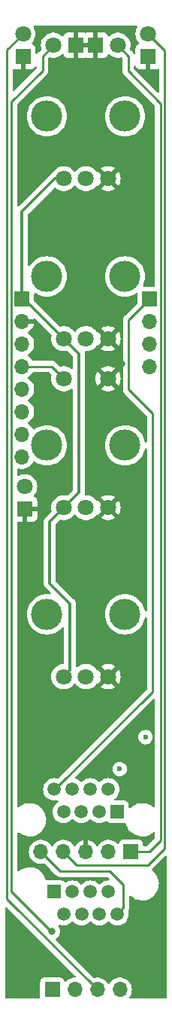
<source format=gbr>
%TF.GenerationSoftware,KiCad,Pcbnew,7.0.7*%
%TF.CreationDate,2023-08-21T16:48:37+01:00*%
%TF.ProjectId,QuadEnv_Controls_2,51756164-456e-4765-9f43-6f6e74726f6c,rev?*%
%TF.SameCoordinates,Original*%
%TF.FileFunction,Copper,L2,Bot*%
%TF.FilePolarity,Positive*%
%FSLAX46Y46*%
G04 Gerber Fmt 4.6, Leading zero omitted, Abs format (unit mm)*
G04 Created by KiCad (PCBNEW 7.0.7) date 2023-08-21 16:48:37*
%MOMM*%
%LPD*%
G01*
G04 APERTURE LIST*
%TA.AperFunction,ComponentPad*%
%ADD10R,1.700000X1.700000*%
%TD*%
%TA.AperFunction,ComponentPad*%
%ADD11O,1.700000X1.700000*%
%TD*%
%TA.AperFunction,ComponentPad*%
%ADD12R,1.800000X1.800000*%
%TD*%
%TA.AperFunction,ComponentPad*%
%ADD13C,1.800000*%
%TD*%
%TA.AperFunction,WasherPad*%
%ADD14C,3.500000*%
%TD*%
%TA.AperFunction,ComponentPad*%
%ADD15C,1.500000*%
%TD*%
%TA.AperFunction,ComponentPad*%
%ADD16R,1.500000X1.500000*%
%TD*%
%TA.AperFunction,ViaPad*%
%ADD17C,0.600000*%
%TD*%
%TA.AperFunction,ViaPad*%
%ADD18C,0.800000*%
%TD*%
%TA.AperFunction,Conductor*%
%ADD19C,0.250000*%
%TD*%
%TA.AperFunction,Conductor*%
%ADD20C,0.300000*%
%TD*%
G04 APERTURE END LIST*
D10*
%TO.P,J1,1,Pin_1*%
%TO.N,+3.3VA*%
X52200000Y-75000000D03*
D11*
%TO.P,J1,2,Pin_2*%
%TO.N,GND*%
X52200000Y-77540000D03*
%TO.P,J1,3,Pin_3*%
%TO.N,/Mode_Led*%
X52200000Y-80080000D03*
%TO.P,J1,4,Pin_4*%
%TO.N,/Mode_Btn*%
X52200000Y-82620000D03*
%TO.P,J1,5,Pin_5*%
%TO.N,/Attack_Pot*%
X52200000Y-85160000D03*
%TO.P,J1,6,Pin_6*%
%TO.N,/Decay_Pot*%
X52200000Y-87700000D03*
%TO.P,J1,7,Pin_7*%
%TO.N,/Sustain_Pot*%
X52200000Y-90240000D03*
%TO.P,J1,8,Pin_8*%
%TO.N,/Release_Pot*%
X52200000Y-92780000D03*
%TD*%
D10*
%TO.P,J3,1,Pin_1*%
%TO.N,/Led2_Out*%
X64480000Y-137200000D03*
D11*
%TO.P,J3,2,Pin_2*%
%TO.N,/Env2_Out*%
X61940000Y-137200000D03*
%TO.P,J3,3,Pin_3*%
%TO.N,GND*%
X59400000Y-137200000D03*
%TO.P,J3,4,Pin_4*%
%TO.N,/Led1_Out*%
X56860000Y-137200000D03*
%TO.P,J3,5,Pin_5*%
%TO.N,/Env1_Out*%
X54320000Y-137200000D03*
%TD*%
D10*
%TO.P,J4,1,Pin_1*%
%TO.N,/Led3_Out*%
X55600000Y-152700000D03*
D11*
%TO.P,J4,2,Pin_2*%
%TO.N,/Env3_Out*%
X58140000Y-152700000D03*
%TO.P,J4,3,Pin_3*%
%TO.N,/Led4_Out*%
X60680000Y-152700000D03*
%TO.P,J4,4,Pin_4*%
%TO.N,/Env4_Out*%
X63220000Y-152700000D03*
%TD*%
D10*
%TO.P,J2,1,Pin_1*%
%TO.N,/Gate1_In*%
X66600000Y-75000000D03*
D11*
%TO.P,J2,2,Pin_2*%
%TO.N,/Gate2_In*%
X66600000Y-77540000D03*
%TO.P,J2,3,Pin_3*%
%TO.N,/Gate3_In*%
X66600000Y-80080000D03*
%TO.P,J2,4,Pin_4*%
%TO.N,/Gate4_In*%
X66600000Y-82620000D03*
%TD*%
D12*
%TO.P,D2,1,K*%
%TO.N,GND*%
X60480000Y-46500000D03*
D13*
%TO.P,D2,2,A*%
%TO.N,/Led2_Out*%
X63020000Y-46500000D03*
%TD*%
D12*
%TO.P,D1,1,K*%
%TO.N,GND*%
X66400000Y-47770000D03*
D13*
%TO.P,D1,2,A*%
%TO.N,/Led1_Out*%
X66400000Y-45230000D03*
%TD*%
D14*
%TO.P,RV4,*%
%TO.N,*%
X63800000Y-110500000D03*
X55000000Y-110500000D03*
D13*
%TO.P,RV4,1,1*%
%TO.N,+3.3VA*%
X56900000Y-117500000D03*
%TO.P,RV4,2,2*%
%TO.N,/Release_Pot*%
X59400000Y-117500000D03*
%TO.P,RV4,3,3*%
%TO.N,GND*%
X61900000Y-117500000D03*
%TD*%
D14*
%TO.P,RV3,*%
%TO.N,*%
X63800000Y-91500000D03*
X55000000Y-91500000D03*
D13*
%TO.P,RV3,1,1*%
%TO.N,+3.3VA*%
X56900000Y-98500000D03*
%TO.P,RV3,2,2*%
%TO.N,/Sustain_Pot*%
X59400000Y-98500000D03*
%TO.P,RV3,3,3*%
%TO.N,GND*%
X61900000Y-98500000D03*
%TO.P,RV3,4,1*%
X61900000Y-84000000D03*
%TO.P,RV3,5,2*%
%TO.N,/Mode_Btn*%
X56900000Y-84000000D03*
%TD*%
D12*
%TO.P,D4,1,K*%
%TO.N,GND*%
X52300000Y-47770000D03*
D13*
%TO.P,D4,2,A*%
%TO.N,/Led4_Out*%
X52300000Y-45230000D03*
%TD*%
D12*
%TO.P,D5,1,K*%
%TO.N,GND*%
X52500000Y-98670000D03*
D13*
%TO.P,D5,2,A*%
%TO.N,/Mode_Led*%
X52500000Y-96130000D03*
%TD*%
D15*
%TO.P,J6,1*%
%TO.N,/Env1_Out*%
X62960000Y-144230000D03*
%TO.P,J6,2*%
%TO.N,/Env2_Out*%
X61930000Y-141690000D03*
%TO.P,J6,3*%
%TO.N,/Env3_Out*%
X60930000Y-144230000D03*
%TO.P,J6,4*%
%TO.N,/Env4_Out*%
X59910000Y-141690000D03*
%TO.P,J6,5*%
%TO.N,unconnected-(J6-Pad5)*%
X58900000Y-144230000D03*
%TO.P,J6,6*%
%TO.N,unconnected-(J6-Pad6)*%
X57880000Y-141690000D03*
%TO.P,J6,7*%
%TO.N,unconnected-(J6-Pad7)*%
X56870000Y-144230000D03*
D16*
%TO.P,J6,8*%
%TO.N,unconnected-(J6-Pad8)*%
X55850000Y-141690000D03*
%TD*%
D14*
%TO.P,RV2,*%
%TO.N,*%
X63800000Y-72500000D03*
X55000000Y-72500000D03*
D13*
%TO.P,RV2,1,1*%
%TO.N,+3.3VA*%
X56900000Y-79500000D03*
%TO.P,RV2,2,2*%
%TO.N,/Decay_Pot*%
X59400000Y-79500000D03*
%TO.P,RV2,3,3*%
%TO.N,GND*%
X61900000Y-79500000D03*
%TD*%
D12*
%TO.P,D3,1,K*%
%TO.N,GND*%
X58270000Y-46500000D03*
D13*
%TO.P,D3,2,A*%
%TO.N,/Led3_Out*%
X55730000Y-46500000D03*
%TD*%
D14*
%TO.P,RV1,*%
%TO.N,*%
X63800000Y-54500000D03*
X55000000Y-54500000D03*
D13*
%TO.P,RV1,1,1*%
%TO.N,+3.3VA*%
X56900000Y-61500000D03*
%TO.P,RV1,2,2*%
%TO.N,/Attack_Pot*%
X59400000Y-61500000D03*
%TO.P,RV1,3,3*%
%TO.N,GND*%
X61900000Y-61500000D03*
%TD*%
D15*
%TO.P,J5,1*%
%TO.N,/Gate1_In*%
X55840000Y-130170000D03*
%TO.P,J5,2*%
%TO.N,/Gate2_In*%
X56870000Y-132710000D03*
%TO.P,J5,3*%
%TO.N,/Gate3_In*%
X57870000Y-130170000D03*
%TO.P,J5,4*%
%TO.N,/Gate4_In*%
X58890000Y-132710000D03*
%TO.P,J5,5*%
%TO.N,unconnected-(J5-Pad5)*%
X59900000Y-130170000D03*
%TO.P,J5,6*%
%TO.N,unconnected-(J5-Pad6)*%
X60920000Y-132710000D03*
%TO.P,J5,7*%
%TO.N,unconnected-(J5-Pad7)*%
X61930000Y-130170000D03*
D16*
%TO.P,J5,8*%
%TO.N,unconnected-(J5-Pad8)*%
X62950000Y-132710000D03*
%TD*%
D17*
%TO.N,GND*%
X66300000Y-69900000D03*
X52700000Y-62000000D03*
X55800000Y-64500000D03*
X57600000Y-70100000D03*
X54900000Y-85700000D03*
X56700000Y-94100000D03*
X56900000Y-103300000D03*
X64800000Y-103900000D03*
X64900000Y-96400000D03*
X53100000Y-114600000D03*
X52700000Y-127200000D03*
X66100000Y-130300000D03*
%TO.N,*%
X66100000Y-124300000D03*
X63200000Y-127900000D03*
%TO.N,GND*%
X51400000Y-145400000D03*
X51400000Y-152700000D03*
X66900000Y-143200000D03*
X67200000Y-152700000D03*
D18*
X63400000Y-82300000D03*
X64200000Y-88200000D03*
%TO.N,/Led3_Out*%
X55585785Y-146164215D03*
%TD*%
D19*
%TO.N,/Led1_Out*%
X66400000Y-45230000D02*
X68279502Y-47109502D01*
X68279502Y-136820498D02*
X66400000Y-138700000D01*
X68279502Y-47109502D02*
X68279502Y-136820498D01*
X66400000Y-138700000D02*
X58360000Y-138700000D01*
X58360000Y-138700000D02*
X56860000Y-137200000D01*
%TO.N,/Led2_Out*%
X64480000Y-137200000D02*
X66550000Y-137200000D01*
X64150000Y-49400000D02*
X64150000Y-47650000D01*
X67830001Y-135919999D02*
X67830001Y-53080001D01*
X64120000Y-47650000D02*
X62970000Y-46500000D01*
X67830001Y-53080001D02*
X64150000Y-49400000D01*
X64150000Y-47650000D02*
X64120000Y-47650000D01*
X66550000Y-137200000D02*
X67830001Y-135919999D01*
%TO.N,/Led3_Out*%
X54500000Y-47730000D02*
X54500000Y-49350000D01*
X54500000Y-49350000D02*
X51000000Y-52850000D01*
X55464215Y-146164215D02*
X55585785Y-146164215D01*
X51000000Y-52850000D02*
X51000000Y-141700000D01*
X51000000Y-141700000D02*
X55464215Y-146164215D01*
X55730000Y-46500000D02*
X54500000Y-47730000D01*
%TO.N,/Led4_Out*%
X52300000Y-45230000D02*
X50500000Y-47030000D01*
X50500000Y-47030000D02*
X50500000Y-142520000D01*
X50500000Y-142520000D02*
X60680000Y-152700000D01*
D20*
%TO.N,+3.3VA*%
X55300000Y-107000000D02*
X55300000Y-100100000D01*
X52400000Y-75000000D02*
X56900000Y-79500000D01*
X58600000Y-81200000D02*
X58600000Y-96800000D01*
X55300000Y-100100000D02*
X56900000Y-98500000D01*
X57600000Y-116800000D02*
X57600000Y-109300000D01*
X56900000Y-61500000D02*
X55900000Y-61500000D01*
X56900000Y-79500000D02*
X58600000Y-81200000D01*
X52200000Y-65200000D02*
X52200000Y-75000000D01*
X58600000Y-96800000D02*
X56900000Y-98500000D01*
X56900000Y-117500000D02*
X57600000Y-116800000D01*
X57600000Y-109300000D02*
X55300000Y-107000000D01*
X52200000Y-75000000D02*
X52400000Y-75000000D01*
X55900000Y-61500000D02*
X52200000Y-65200000D01*
D19*
%TO.N,/Env1_Out*%
X63630000Y-143480000D02*
X63630000Y-140930000D01*
X62100000Y-139400000D02*
X56520000Y-139400000D01*
X63630000Y-140930000D02*
X62100000Y-139400000D01*
X62880000Y-144230000D02*
X63630000Y-143480000D01*
X56520000Y-139400000D02*
X54320000Y-137200000D01*
%TO.N,/Gate1_In*%
X66900000Y-119190000D02*
X66900000Y-87900000D01*
X55920000Y-130170000D02*
X66900000Y-119190000D01*
X64200000Y-85200000D02*
X64200000Y-77400000D01*
X66900000Y-87900000D02*
X64200000Y-85200000D01*
X64200000Y-77400000D02*
X66600000Y-75000000D01*
%TO.N,/Mode_Btn*%
X56900000Y-84000000D02*
X55520000Y-82620000D01*
X55520000Y-82620000D02*
X52200000Y-82620000D01*
%TD*%
%TA.AperFunction,Conductor*%
%TO.N,GND*%
G36*
X50509012Y-143425370D02*
G01*
X50515595Y-143431499D01*
X58210500Y-151126405D01*
X58244526Y-151188717D01*
X58239461Y-151259532D01*
X58196914Y-151316368D01*
X58130394Y-151341179D01*
X58121405Y-151341500D01*
X58027431Y-151341500D01*
X57879211Y-151366233D01*
X57805369Y-151378555D01*
X57805360Y-151378557D01*
X57592428Y-151451656D01*
X57592426Y-151451658D01*
X57394426Y-151558810D01*
X57394424Y-151558811D01*
X57216762Y-151697091D01*
X57155754Y-151763363D01*
X57094901Y-151799933D01*
X57023936Y-151797798D01*
X56965391Y-151757636D01*
X56944999Y-151722057D01*
X56900889Y-151603797D01*
X56900887Y-151603792D01*
X56813261Y-151486738D01*
X56696207Y-151399112D01*
X56696202Y-151399110D01*
X56559204Y-151348011D01*
X56559196Y-151348009D01*
X56498649Y-151341500D01*
X56498638Y-151341500D01*
X54701362Y-151341500D01*
X54701350Y-151341500D01*
X54640803Y-151348009D01*
X54640795Y-151348011D01*
X54503797Y-151399110D01*
X54503792Y-151399112D01*
X54386738Y-151486738D01*
X54299112Y-151603792D01*
X54299110Y-151603797D01*
X54248011Y-151740795D01*
X54248009Y-151740803D01*
X54241500Y-151801350D01*
X54241500Y-153573500D01*
X54221498Y-153641621D01*
X54167842Y-153688114D01*
X54115500Y-153699500D01*
X50426500Y-153699500D01*
X50358379Y-153679498D01*
X50311886Y-153625842D01*
X50300500Y-153573500D01*
X50300500Y-143520594D01*
X50320502Y-143452473D01*
X50374158Y-143405980D01*
X50444432Y-143395876D01*
X50509012Y-143425370D01*
G37*
%TD.AperFunction*%
%TA.AperFunction,Conductor*%
G36*
X68417533Y-137682537D02*
G01*
X68474368Y-137725084D01*
X68499179Y-137791604D01*
X68499500Y-137800593D01*
X68499500Y-153573500D01*
X68479498Y-153641621D01*
X68425842Y-153688114D01*
X68373500Y-153699500D01*
X64422558Y-153699500D01*
X64354437Y-153679498D01*
X64307944Y-153625842D01*
X64297840Y-153555568D01*
X64317075Y-153504585D01*
X64336144Y-153475397D01*
X64418860Y-153348791D01*
X64509296Y-153142616D01*
X64564564Y-152924368D01*
X64583156Y-152700000D01*
X64564564Y-152475632D01*
X64509296Y-152257384D01*
X64418860Y-152051209D01*
X64401500Y-152024637D01*
X64295724Y-151862734D01*
X64295720Y-151862729D01*
X64143237Y-151697091D01*
X64023367Y-151603792D01*
X63965576Y-151558811D01*
X63767574Y-151451658D01*
X63767572Y-151451657D01*
X63767571Y-151451656D01*
X63554639Y-151378557D01*
X63554630Y-151378555D01*
X63510476Y-151371187D01*
X63332569Y-151341500D01*
X63107431Y-151341500D01*
X62959211Y-151366233D01*
X62885369Y-151378555D01*
X62885360Y-151378557D01*
X62672428Y-151451656D01*
X62672426Y-151451658D01*
X62474426Y-151558810D01*
X62474424Y-151558811D01*
X62296762Y-151697091D01*
X62144279Y-151862729D01*
X62055483Y-151998643D01*
X62001479Y-152044731D01*
X61931131Y-152054306D01*
X61866774Y-152024329D01*
X61844517Y-151998643D01*
X61755720Y-151862729D01*
X61603237Y-151697091D01*
X61483367Y-151603792D01*
X61425576Y-151558811D01*
X61227574Y-151451658D01*
X61227572Y-151451657D01*
X61227571Y-151451656D01*
X61014639Y-151378557D01*
X61014630Y-151378555D01*
X60970476Y-151371187D01*
X60792569Y-151341500D01*
X60567431Y-151341500D01*
X60440664Y-151362653D01*
X60345356Y-151378557D01*
X60342227Y-151379350D01*
X60340905Y-151379300D01*
X60340224Y-151379414D01*
X60340200Y-151379273D01*
X60271281Y-151376681D01*
X60222204Y-151346300D01*
X56024471Y-147148567D01*
X55990445Y-147086255D01*
X55995510Y-147015440D01*
X56038057Y-146958604D01*
X56039505Y-146957536D01*
X56066711Y-146937769D01*
X56197038Y-146843081D01*
X56324825Y-146701159D01*
X56420312Y-146535771D01*
X56479327Y-146354143D01*
X56499289Y-146164215D01*
X56479327Y-145974287D01*
X56420312Y-145792659D01*
X56324825Y-145627271D01*
X56324823Y-145627269D01*
X56324819Y-145627263D01*
X56324100Y-145626465D01*
X56323829Y-145625901D01*
X56320942Y-145621927D01*
X56321668Y-145621399D01*
X56293382Y-145562458D01*
X56302147Y-145492004D01*
X56347610Y-145437473D01*
X56415337Y-145416178D01*
X56450340Y-145420447D01*
X56650629Y-145474115D01*
X56870000Y-145493307D01*
X57089371Y-145474115D01*
X57302076Y-145417120D01*
X57501654Y-145324056D01*
X57682038Y-145197749D01*
X57682041Y-145197744D01*
X57795905Y-145083883D01*
X57858217Y-145049857D01*
X57929032Y-145054922D01*
X57974095Y-145083883D01*
X58087957Y-145197745D01*
X58087961Y-145197748D01*
X58087962Y-145197749D01*
X58268346Y-145324056D01*
X58467924Y-145417120D01*
X58680629Y-145474115D01*
X58900000Y-145493307D01*
X59119371Y-145474115D01*
X59332076Y-145417120D01*
X59531654Y-145324056D01*
X59712038Y-145197749D01*
X59825905Y-145083881D01*
X59888215Y-145049858D01*
X59959031Y-145054922D01*
X60004094Y-145083882D01*
X60117958Y-145197745D01*
X60117962Y-145197749D01*
X60298346Y-145324056D01*
X60497924Y-145417120D01*
X60710629Y-145474115D01*
X60930000Y-145493307D01*
X61149371Y-145474115D01*
X61362076Y-145417120D01*
X61561654Y-145324056D01*
X61742038Y-145197749D01*
X61742042Y-145197745D01*
X61855905Y-145083883D01*
X61918217Y-145049857D01*
X61989032Y-145054922D01*
X62034095Y-145083883D01*
X62147957Y-145197745D01*
X62147961Y-145197748D01*
X62147962Y-145197749D01*
X62328346Y-145324056D01*
X62527924Y-145417120D01*
X62740629Y-145474115D01*
X62960000Y-145493307D01*
X63179371Y-145474115D01*
X63392076Y-145417120D01*
X63591654Y-145324056D01*
X63772038Y-145197749D01*
X63927749Y-145042038D01*
X64054056Y-144861654D01*
X64147120Y-144662076D01*
X64204115Y-144449371D01*
X64223307Y-144230000D01*
X64204115Y-144010629D01*
X64172080Y-143891076D01*
X64173769Y-143820101D01*
X64178148Y-143808427D01*
X64198347Y-143761747D01*
X64200961Y-143756412D01*
X64223694Y-143715061D01*
X64223695Y-143715060D01*
X64228733Y-143695435D01*
X64235138Y-143676730D01*
X64243181Y-143658145D01*
X64250561Y-143611547D01*
X64251762Y-143605740D01*
X64263500Y-143560030D01*
X64263500Y-143539775D01*
X64265051Y-143520063D01*
X64268220Y-143500057D01*
X64263778Y-143453069D01*
X64263499Y-143447170D01*
X64263499Y-142268384D01*
X64283501Y-142200264D01*
X64337157Y-142153771D01*
X64407431Y-142143667D01*
X64472011Y-142173161D01*
X64473528Y-142174496D01*
X64600677Y-142288423D01*
X64829641Y-142439904D01*
X65078221Y-142556433D01*
X65341119Y-142635527D01*
X65341122Y-142635527D01*
X65341124Y-142635528D01*
X65612727Y-142675500D01*
X65612731Y-142675500D01*
X65818549Y-142675500D01*
X65850967Y-142673127D01*
X66023805Y-142660477D01*
X66291775Y-142600784D01*
X66548198Y-142502711D01*
X66787609Y-142368347D01*
X67004904Y-142200557D01*
X67195454Y-142002916D01*
X67355196Y-141779637D01*
X67480727Y-141535479D01*
X67480727Y-141535478D01*
X67480729Y-141535475D01*
X67569368Y-141275651D01*
X67569370Y-141275646D01*
X67619236Y-141005674D01*
X67629262Y-140731320D01*
X67612254Y-140576739D01*
X67599237Y-140458433D01*
X67550996Y-140273910D01*
X67529796Y-140192818D01*
X67422423Y-139940148D01*
X67279405Y-139705804D01*
X67103791Y-139494782D01*
X67103787Y-139494779D01*
X67103786Y-139494777D01*
X66899333Y-139311585D01*
X66899328Y-139311581D01*
X66899323Y-139311577D01*
X66898576Y-139311082D01*
X66898378Y-139310848D01*
X66895679Y-139308764D01*
X66896128Y-139308181D01*
X66852799Y-139256819D01*
X66843626Y-139186417D01*
X66873970Y-139122232D01*
X66878983Y-139116919D01*
X68284405Y-137711498D01*
X68346717Y-137677472D01*
X68417533Y-137682537D01*
G37*
%TD.AperFunction*%
%TA.AperFunction,Conductor*%
G36*
X60389130Y-46942892D02*
G01*
X60412173Y-46950000D01*
X60412174Y-46950000D01*
X60513724Y-46950000D01*
X60589222Y-46938620D01*
X60659560Y-46948244D01*
X60713531Y-46994371D01*
X60733997Y-47062354D01*
X60734000Y-47063212D01*
X60734000Y-47908000D01*
X61428585Y-47908000D01*
X61428597Y-47907999D01*
X61489093Y-47901494D01*
X61625964Y-47850444D01*
X61625965Y-47850444D01*
X61742904Y-47762904D01*
X61830444Y-47645965D01*
X61853877Y-47583138D01*
X61896423Y-47526302D01*
X61962943Y-47501491D01*
X62032318Y-47516582D01*
X62058356Y-47536929D01*
X62058946Y-47536289D01*
X62062778Y-47539817D01*
X62118436Y-47583137D01*
X62246983Y-47683190D01*
X62452273Y-47794287D01*
X62673049Y-47870080D01*
X62903288Y-47908500D01*
X62903292Y-47908500D01*
X63136708Y-47908500D01*
X63136712Y-47908500D01*
X63366951Y-47870080D01*
X63366954Y-47870078D01*
X63369159Y-47869711D01*
X63439643Y-47878228D01*
X63478919Y-47904824D01*
X63479521Y-47905425D01*
X63513598Y-47967708D01*
X63516500Y-47994594D01*
X63516500Y-49316146D01*
X63514751Y-49331988D01*
X63515044Y-49332016D01*
X63514297Y-49339908D01*
X63516499Y-49409957D01*
X63516499Y-49439861D01*
X63517378Y-49446821D01*
X63517844Y-49452733D01*
X63519326Y-49499888D01*
X63519327Y-49499893D01*
X63524977Y-49519339D01*
X63528986Y-49538697D01*
X63531525Y-49558793D01*
X63531526Y-49558799D01*
X63548893Y-49602662D01*
X63550816Y-49608279D01*
X63563982Y-49653593D01*
X63574294Y-49671031D01*
X63582988Y-49688779D01*
X63590444Y-49707609D01*
X63590450Y-49707620D01*
X63618177Y-49745783D01*
X63621437Y-49750746D01*
X63645460Y-49791365D01*
X63659779Y-49805684D01*
X63672617Y-49820714D01*
X63682156Y-49833843D01*
X63684528Y-49837107D01*
X63690443Y-49842000D01*
X63720886Y-49867185D01*
X63725267Y-49871171D01*
X65446009Y-51591913D01*
X67159596Y-53305500D01*
X67193622Y-53367812D01*
X67196501Y-53394595D01*
X67196501Y-73515500D01*
X67176499Y-73583621D01*
X67122843Y-73630114D01*
X67070501Y-73641500D01*
X65957893Y-73641500D01*
X65889772Y-73621498D01*
X65843279Y-73567842D01*
X65833175Y-73497568D01*
X65844887Y-73459772D01*
X65891059Y-73366145D01*
X65986224Y-73085797D01*
X66043983Y-72795426D01*
X66063346Y-72500000D01*
X66043983Y-72204574D01*
X65986224Y-71914203D01*
X65891059Y-71633855D01*
X65760115Y-71368327D01*
X65595633Y-71122162D01*
X65400427Y-70899573D01*
X65177838Y-70704367D01*
X65177830Y-70704361D01*
X65177827Y-70704359D01*
X64931670Y-70539883D01*
X64666151Y-70408944D01*
X64666145Y-70408941D01*
X64666140Y-70408939D01*
X64666137Y-70408938D01*
X64385805Y-70313778D01*
X64385799Y-70313776D01*
X64385797Y-70313776D01*
X64288566Y-70294435D01*
X64095435Y-70256018D01*
X64095421Y-70256016D01*
X63800003Y-70236654D01*
X63799997Y-70236654D01*
X63504578Y-70256016D01*
X63504564Y-70256018D01*
X63262818Y-70304105D01*
X63214203Y-70313776D01*
X63214201Y-70313776D01*
X63214194Y-70313778D01*
X62933862Y-70408938D01*
X62933848Y-70408944D01*
X62668329Y-70539883D01*
X62422172Y-70704359D01*
X62422165Y-70704364D01*
X62422162Y-70704367D01*
X62199573Y-70899573D01*
X62004367Y-71122162D01*
X62004364Y-71122165D01*
X62004359Y-71122172D01*
X61839883Y-71368329D01*
X61708944Y-71633848D01*
X61708938Y-71633862D01*
X61613778Y-71914194D01*
X61613776Y-71914204D01*
X61556018Y-72204564D01*
X61556016Y-72204578D01*
X61536654Y-72499996D01*
X61536654Y-72500003D01*
X61556016Y-72795421D01*
X61556018Y-72795435D01*
X61613776Y-73085795D01*
X61613778Y-73085805D01*
X61708938Y-73366137D01*
X61708944Y-73366151D01*
X61839883Y-73631670D01*
X62004359Y-73877827D01*
X62004361Y-73877830D01*
X62004367Y-73877838D01*
X62199573Y-74100427D01*
X62422162Y-74295633D01*
X62668327Y-74460115D01*
X62933855Y-74591059D01*
X63214203Y-74686224D01*
X63504574Y-74743983D01*
X63673388Y-74755047D01*
X63799997Y-74763346D01*
X63800000Y-74763346D01*
X63800003Y-74763346D01*
X63910784Y-74756084D01*
X64095426Y-74743983D01*
X64385797Y-74686224D01*
X64666145Y-74591059D01*
X64873457Y-74488824D01*
X64931670Y-74460117D01*
X65045497Y-74384060D01*
X65113250Y-74362845D01*
X65181717Y-74381628D01*
X65229160Y-74434445D01*
X65241499Y-74488825D01*
X65241499Y-75410405D01*
X65221497Y-75478526D01*
X65204594Y-75499500D01*
X63811336Y-76892757D01*
X63798901Y-76902721D01*
X63799089Y-76902948D01*
X63792980Y-76908001D01*
X63745016Y-76959078D01*
X63723866Y-76980227D01*
X63719560Y-76985777D01*
X63715714Y-76990279D01*
X63683417Y-77024674D01*
X63683411Y-77024683D01*
X63673651Y-77042435D01*
X63662803Y-77058950D01*
X63650386Y-77074958D01*
X63631645Y-77118264D01*
X63629034Y-77123594D01*
X63606305Y-77164939D01*
X63606303Y-77164944D01*
X63601267Y-77184559D01*
X63594864Y-77203262D01*
X63586819Y-77221852D01*
X63579437Y-77268456D01*
X63578233Y-77274268D01*
X63566500Y-77319968D01*
X63566500Y-77340223D01*
X63564949Y-77359933D01*
X63561780Y-77379942D01*
X63561780Y-77379943D01*
X63566220Y-77426917D01*
X63566500Y-77432850D01*
X63566500Y-85116146D01*
X63564751Y-85131988D01*
X63565044Y-85132016D01*
X63564298Y-85139907D01*
X63566500Y-85209957D01*
X63566500Y-85239851D01*
X63566501Y-85239872D01*
X63567378Y-85246820D01*
X63567844Y-85252732D01*
X63569326Y-85299888D01*
X63569327Y-85299893D01*
X63574977Y-85319339D01*
X63578986Y-85338697D01*
X63581525Y-85358793D01*
X63581526Y-85358799D01*
X63598893Y-85402662D01*
X63600816Y-85408279D01*
X63613982Y-85453593D01*
X63624294Y-85471031D01*
X63632988Y-85488779D01*
X63640444Y-85507609D01*
X63640450Y-85507620D01*
X63668177Y-85545783D01*
X63671437Y-85550746D01*
X63695460Y-85591365D01*
X63709779Y-85605684D01*
X63722617Y-85620714D01*
X63732156Y-85633843D01*
X63734528Y-85637107D01*
X63762794Y-85660491D01*
X63770886Y-85667185D01*
X63775267Y-85671171D01*
X66229595Y-88125500D01*
X66263620Y-88187810D01*
X66266499Y-88214593D01*
X66266499Y-91043939D01*
X66246497Y-91112060D01*
X66192841Y-91158553D01*
X66122567Y-91168657D01*
X66057987Y-91139163D01*
X66019603Y-91079437D01*
X66016920Y-91068521D01*
X66012030Y-91043939D01*
X65986224Y-90914203D01*
X65891059Y-90633855D01*
X65760115Y-90368327D01*
X65595633Y-90122162D01*
X65400427Y-89899573D01*
X65177838Y-89704367D01*
X65177830Y-89704361D01*
X65177827Y-89704359D01*
X64931670Y-89539883D01*
X64666151Y-89408944D01*
X64666145Y-89408941D01*
X64666140Y-89408939D01*
X64666137Y-89408938D01*
X64385805Y-89313778D01*
X64385799Y-89313776D01*
X64385797Y-89313776D01*
X64288566Y-89294435D01*
X64095435Y-89256018D01*
X64095421Y-89256016D01*
X63800003Y-89236654D01*
X63799997Y-89236654D01*
X63504578Y-89256016D01*
X63504564Y-89256018D01*
X63262818Y-89304105D01*
X63214203Y-89313776D01*
X63214201Y-89313776D01*
X63214194Y-89313778D01*
X62933862Y-89408938D01*
X62933848Y-89408944D01*
X62668329Y-89539883D01*
X62422172Y-89704359D01*
X62422165Y-89704364D01*
X62422162Y-89704367D01*
X62199573Y-89899573D01*
X62004367Y-90122162D01*
X62004364Y-90122165D01*
X62004359Y-90122172D01*
X61839883Y-90368329D01*
X61708944Y-90633848D01*
X61708938Y-90633862D01*
X61613778Y-90914194D01*
X61613776Y-90914204D01*
X61556018Y-91204564D01*
X61556016Y-91204578D01*
X61536654Y-91499996D01*
X61536654Y-91500003D01*
X61556016Y-91795421D01*
X61556018Y-91795435D01*
X61613776Y-92085795D01*
X61613778Y-92085805D01*
X61708938Y-92366137D01*
X61708944Y-92366151D01*
X61839883Y-92631670D01*
X62004359Y-92877827D01*
X62004361Y-92877830D01*
X62004367Y-92877838D01*
X62199573Y-93100427D01*
X62422162Y-93295633D01*
X62668327Y-93460115D01*
X62933855Y-93591059D01*
X63214203Y-93686224D01*
X63504574Y-93743983D01*
X63673388Y-93755047D01*
X63799997Y-93763346D01*
X63800000Y-93763346D01*
X63800003Y-93763346D01*
X63910784Y-93756084D01*
X64095426Y-93743983D01*
X64385797Y-93686224D01*
X64666145Y-93591059D01*
X64931673Y-93460115D01*
X65177838Y-93295633D01*
X65400427Y-93100427D01*
X65595633Y-92877838D01*
X65760115Y-92631673D01*
X65891059Y-92366145D01*
X65986224Y-92085797D01*
X66016920Y-91931477D01*
X66049828Y-91868569D01*
X66111523Y-91833437D01*
X66182418Y-91837237D01*
X66240004Y-91878763D01*
X66265998Y-91944830D01*
X66266499Y-91956060D01*
X66266499Y-110043942D01*
X66246497Y-110112063D01*
X66192841Y-110158556D01*
X66122567Y-110168660D01*
X66057987Y-110139166D01*
X66019603Y-110079440D01*
X66016920Y-110068523D01*
X65986224Y-109914203D01*
X65891059Y-109633855D01*
X65760115Y-109368327D01*
X65631326Y-109175580D01*
X65595640Y-109122172D01*
X65595638Y-109122170D01*
X65595633Y-109122162D01*
X65400427Y-108899573D01*
X65177838Y-108704367D01*
X65177830Y-108704361D01*
X65177827Y-108704359D01*
X64931670Y-108539883D01*
X64666151Y-108408944D01*
X64666145Y-108408941D01*
X64666140Y-108408939D01*
X64666137Y-108408938D01*
X64385805Y-108313778D01*
X64385799Y-108313776D01*
X64385797Y-108313776D01*
X64288566Y-108294435D01*
X64095435Y-108256018D01*
X64095421Y-108256016D01*
X63800003Y-108236654D01*
X63799997Y-108236654D01*
X63504578Y-108256016D01*
X63504564Y-108256018D01*
X63262818Y-108304105D01*
X63214203Y-108313776D01*
X63214201Y-108313776D01*
X63214194Y-108313778D01*
X62933862Y-108408938D01*
X62933848Y-108408944D01*
X62668329Y-108539883D01*
X62422172Y-108704359D01*
X62422165Y-108704364D01*
X62422162Y-108704367D01*
X62199573Y-108899573D01*
X62004367Y-109122162D01*
X62004364Y-109122165D01*
X62004359Y-109122172D01*
X61839883Y-109368329D01*
X61708944Y-109633848D01*
X61708938Y-109633862D01*
X61613778Y-109914194D01*
X61613776Y-109914204D01*
X61556018Y-110204564D01*
X61556016Y-110204578D01*
X61536654Y-110499996D01*
X61536654Y-110500003D01*
X61556016Y-110795421D01*
X61556018Y-110795435D01*
X61613776Y-111085795D01*
X61613778Y-111085805D01*
X61708938Y-111366137D01*
X61708944Y-111366151D01*
X61839883Y-111631670D01*
X62004359Y-111877827D01*
X62004361Y-111877830D01*
X62004367Y-111877838D01*
X62199573Y-112100427D01*
X62422162Y-112295633D01*
X62668327Y-112460115D01*
X62933855Y-112591059D01*
X63214203Y-112686224D01*
X63504574Y-112743983D01*
X63673388Y-112755047D01*
X63799997Y-112763346D01*
X63800000Y-112763346D01*
X63800003Y-112763346D01*
X63910784Y-112756084D01*
X64095426Y-112743983D01*
X64385797Y-112686224D01*
X64666145Y-112591059D01*
X64931673Y-112460115D01*
X65177838Y-112295633D01*
X65400427Y-112100427D01*
X65595633Y-111877838D01*
X65760115Y-111631673D01*
X65891059Y-111366145D01*
X65986224Y-111085797D01*
X66016921Y-110931473D01*
X66049827Y-110868566D01*
X66111522Y-110833434D01*
X66182417Y-110837234D01*
X66240003Y-110878760D01*
X66265997Y-110944826D01*
X66266499Y-110956057D01*
X66266499Y-118875404D01*
X66246497Y-118943525D01*
X66229594Y-118964499D01*
X56275515Y-128918578D01*
X56213203Y-128952604D01*
X56153809Y-128951190D01*
X56059371Y-128925885D01*
X55840000Y-128906693D01*
X55620629Y-128925885D01*
X55407926Y-128982879D01*
X55407920Y-128982881D01*
X55208346Y-129075944D01*
X55027965Y-129202248D01*
X55027959Y-129202253D01*
X54872253Y-129357959D01*
X54872248Y-129357965D01*
X54745944Y-129538346D01*
X54652881Y-129737920D01*
X54652880Y-129737924D01*
X54595885Y-129950629D01*
X54576693Y-130170000D01*
X54595885Y-130389371D01*
X54652880Y-130602076D01*
X54745944Y-130801654D01*
X54872250Y-130982038D01*
X54872251Y-130982038D01*
X54872254Y-130982042D01*
X55027957Y-131137745D01*
X55027961Y-131137748D01*
X55027962Y-131137749D01*
X55208346Y-131264056D01*
X55407924Y-131357120D01*
X55620629Y-131414115D01*
X55840000Y-131433307D01*
X56059371Y-131414115D01*
X56125975Y-131396268D01*
X56196951Y-131397957D01*
X56255747Y-131437750D01*
X56283696Y-131503014D01*
X56271923Y-131573028D01*
X56230858Y-131621187D01*
X56057965Y-131742248D01*
X56057959Y-131742253D01*
X55902253Y-131897959D01*
X55902248Y-131897965D01*
X55775944Y-132078346D01*
X55682881Y-132277920D01*
X55682879Y-132277926D01*
X55625885Y-132490629D01*
X55606693Y-132709999D01*
X55625885Y-132929370D01*
X55682879Y-133142073D01*
X55682881Y-133142079D01*
X55775942Y-133341650D01*
X55775944Y-133341654D01*
X55860000Y-133461697D01*
X55902251Y-133522038D01*
X55902254Y-133522042D01*
X56057957Y-133677745D01*
X56057961Y-133677748D01*
X56057962Y-133677749D01*
X56238346Y-133804056D01*
X56437924Y-133897120D01*
X56650629Y-133954115D01*
X56870000Y-133973307D01*
X57089371Y-133954115D01*
X57302076Y-133897120D01*
X57501654Y-133804056D01*
X57682038Y-133677749D01*
X57686743Y-133673044D01*
X57790905Y-133568883D01*
X57853217Y-133534857D01*
X57924032Y-133539922D01*
X57969095Y-133568883D01*
X58077957Y-133677745D01*
X58077961Y-133677748D01*
X58077962Y-133677749D01*
X58258346Y-133804056D01*
X58457924Y-133897120D01*
X58670629Y-133954115D01*
X58890000Y-133973307D01*
X59109371Y-133954115D01*
X59322076Y-133897120D01*
X59521654Y-133804056D01*
X59702038Y-133677749D01*
X59706743Y-133673044D01*
X59815905Y-133563883D01*
X59878217Y-133529857D01*
X59949032Y-133534922D01*
X59994095Y-133563883D01*
X60107957Y-133677745D01*
X60107961Y-133677748D01*
X60107962Y-133677749D01*
X60288346Y-133804056D01*
X60487924Y-133897120D01*
X60700629Y-133954115D01*
X60920000Y-133973307D01*
X61139371Y-133954115D01*
X61352076Y-133897120D01*
X61551654Y-133804056D01*
X61629277Y-133749703D01*
X61696549Y-133727016D01*
X61765409Y-133744301D01*
X61802413Y-133777407D01*
X61836739Y-133823260D01*
X61836739Y-133823261D01*
X61953792Y-133910887D01*
X61953794Y-133910888D01*
X61953796Y-133910889D01*
X62012875Y-133932924D01*
X62090795Y-133961988D01*
X62090803Y-133961990D01*
X62151350Y-133968499D01*
X62151355Y-133968499D01*
X62151362Y-133968500D01*
X62151368Y-133968500D01*
X63748632Y-133968500D01*
X63748638Y-133968500D01*
X63795534Y-133963458D01*
X63865402Y-133976063D01*
X63917364Y-134024441D01*
X63930906Y-134056866D01*
X63970204Y-134207184D01*
X64024724Y-134335479D01*
X64077577Y-134459852D01*
X64220595Y-134694196D01*
X64396209Y-134905218D01*
X64396211Y-134905220D01*
X64396213Y-134905222D01*
X64600666Y-135088414D01*
X64600672Y-135088419D01*
X64600677Y-135088423D01*
X64829641Y-135239904D01*
X65078221Y-135356433D01*
X65341119Y-135435527D01*
X65341122Y-135435527D01*
X65341124Y-135435528D01*
X65612727Y-135475500D01*
X65612731Y-135475500D01*
X65818549Y-135475500D01*
X65850967Y-135473127D01*
X66023805Y-135460477D01*
X66291775Y-135400784D01*
X66548198Y-135302711D01*
X66787609Y-135168347D01*
X66993493Y-135009367D01*
X67059635Y-134983565D01*
X67129227Y-134997618D01*
X67180174Y-135047064D01*
X67196501Y-135109096D01*
X67196501Y-135605403D01*
X67176499Y-135673524D01*
X67159597Y-135694498D01*
X66324498Y-136529596D01*
X66262188Y-136563620D01*
X66235405Y-136566500D01*
X65964500Y-136566500D01*
X65896379Y-136546498D01*
X65849886Y-136492842D01*
X65838500Y-136440500D01*
X65838500Y-136301367D01*
X65838499Y-136301350D01*
X65831990Y-136240803D01*
X65831988Y-136240795D01*
X65780889Y-136103797D01*
X65780887Y-136103792D01*
X65693261Y-135986738D01*
X65576207Y-135899112D01*
X65576202Y-135899110D01*
X65439204Y-135848011D01*
X65439196Y-135848009D01*
X65378649Y-135841500D01*
X65378638Y-135841500D01*
X63581362Y-135841500D01*
X63581350Y-135841500D01*
X63520803Y-135848009D01*
X63520795Y-135848011D01*
X63383797Y-135899110D01*
X63383792Y-135899112D01*
X63266738Y-135986738D01*
X63179112Y-136103792D01*
X63179111Y-136103795D01*
X63135000Y-136222058D01*
X63092453Y-136278893D01*
X63025932Y-136303703D01*
X62956558Y-136288611D01*
X62924246Y-136263363D01*
X62863240Y-136197094D01*
X62863239Y-136197093D01*
X62863237Y-136197091D01*
X62743372Y-136103796D01*
X62685576Y-136058811D01*
X62487574Y-135951658D01*
X62487572Y-135951657D01*
X62487571Y-135951656D01*
X62274639Y-135878557D01*
X62274630Y-135878555D01*
X62197029Y-135865606D01*
X62052569Y-135841500D01*
X61827431Y-135841500D01*
X61682971Y-135865606D01*
X61605369Y-135878555D01*
X61605360Y-135878557D01*
X61392428Y-135951656D01*
X61392426Y-135951658D01*
X61194426Y-136058810D01*
X61194424Y-136058811D01*
X61016762Y-136197091D01*
X60864279Y-136362729D01*
X60775183Y-136499101D01*
X60721179Y-136545189D01*
X60650831Y-136554764D01*
X60586474Y-136524786D01*
X60564217Y-136499100D01*
X60475327Y-136363044D01*
X60322902Y-136197465D01*
X60145301Y-136059232D01*
X60145300Y-136059231D01*
X59947371Y-135952117D01*
X59947369Y-135952116D01*
X59734512Y-135879043D01*
X59734501Y-135879040D01*
X59653999Y-135865606D01*
X59654000Y-136585966D01*
X59633998Y-136654087D01*
X59580342Y-136700580D01*
X59510069Y-136710683D01*
X59510068Y-136710683D01*
X59435768Y-136700000D01*
X59435763Y-136700000D01*
X59364237Y-136700000D01*
X59364231Y-136700000D01*
X59289932Y-136710683D01*
X59219658Y-136700580D01*
X59166002Y-136654087D01*
X59146000Y-136585966D01*
X59146000Y-135865607D01*
X59145999Y-135865606D01*
X59065498Y-135879040D01*
X59065487Y-135879043D01*
X58852630Y-135952116D01*
X58852628Y-135952117D01*
X58654699Y-136059231D01*
X58654698Y-136059232D01*
X58477097Y-136197465D01*
X58324670Y-136363045D01*
X58235780Y-136499101D01*
X58181776Y-136545189D01*
X58111428Y-136554764D01*
X58047071Y-136524786D01*
X58024816Y-136499101D01*
X57985884Y-136439511D01*
X57935724Y-136362734D01*
X57935720Y-136362729D01*
X57806221Y-136222058D01*
X57783240Y-136197094D01*
X57783239Y-136197093D01*
X57783237Y-136197091D01*
X57663372Y-136103796D01*
X57605576Y-136058811D01*
X57407574Y-135951658D01*
X57407572Y-135951657D01*
X57407571Y-135951656D01*
X57194639Y-135878557D01*
X57194630Y-135878555D01*
X57117029Y-135865606D01*
X56972569Y-135841500D01*
X56747431Y-135841500D01*
X56602971Y-135865606D01*
X56525369Y-135878555D01*
X56525360Y-135878557D01*
X56312428Y-135951656D01*
X56312426Y-135951658D01*
X56114426Y-136058810D01*
X56114424Y-136058811D01*
X55936762Y-136197091D01*
X55784279Y-136362729D01*
X55695483Y-136498643D01*
X55641479Y-136544731D01*
X55571131Y-136554306D01*
X55506774Y-136524329D01*
X55484517Y-136498643D01*
X55395720Y-136362729D01*
X55266221Y-136222058D01*
X55243240Y-136197094D01*
X55243239Y-136197093D01*
X55243237Y-136197091D01*
X55123372Y-136103796D01*
X55065576Y-136058811D01*
X54867574Y-135951658D01*
X54867572Y-135951657D01*
X54867571Y-135951656D01*
X54654639Y-135878557D01*
X54654630Y-135878555D01*
X54577029Y-135865606D01*
X54432569Y-135841500D01*
X54207431Y-135841500D01*
X54062971Y-135865606D01*
X53985369Y-135878555D01*
X53985360Y-135878557D01*
X53772428Y-135951656D01*
X53772426Y-135951658D01*
X53574426Y-136058810D01*
X53574424Y-136058811D01*
X53396762Y-136197091D01*
X53244279Y-136362729D01*
X53244275Y-136362734D01*
X53121141Y-136551206D01*
X53030703Y-136757386D01*
X53030702Y-136757387D01*
X52975437Y-136975624D01*
X52975436Y-136975630D01*
X52975436Y-136975632D01*
X52956844Y-137200000D01*
X52974232Y-137409844D01*
X52975437Y-137424375D01*
X53030702Y-137642612D01*
X53030703Y-137642613D01*
X53121141Y-137848793D01*
X53244275Y-138037265D01*
X53244279Y-138037270D01*
X53396762Y-138202908D01*
X53451331Y-138245381D01*
X53574424Y-138341189D01*
X53772426Y-138448342D01*
X53772427Y-138448342D01*
X53772428Y-138448343D01*
X53884227Y-138486723D01*
X53985365Y-138521444D01*
X54207431Y-138558500D01*
X54207435Y-138558500D01*
X54432565Y-138558500D01*
X54432569Y-138558500D01*
X54654635Y-138521444D01*
X54654651Y-138521438D01*
X54657751Y-138520654D01*
X54659072Y-138520703D01*
X54659777Y-138520586D01*
X54659801Y-138520730D01*
X54728698Y-138523311D01*
X54777794Y-138553698D01*
X55407301Y-139183206D01*
X56012755Y-139788660D01*
X56022723Y-139801102D01*
X56022951Y-139800914D01*
X56027998Y-139807015D01*
X56028000Y-139807018D01*
X56028002Y-139807020D01*
X56028003Y-139807021D01*
X56079079Y-139854983D01*
X56100224Y-139876130D01*
X56100228Y-139876133D01*
X56100230Y-139876135D01*
X56105782Y-139880442D01*
X56110269Y-139884273D01*
X56132959Y-139905581D01*
X56144677Y-139916585D01*
X56144679Y-139916586D01*
X56162428Y-139926343D01*
X56178953Y-139937198D01*
X56194959Y-139949614D01*
X56236686Y-139967670D01*
X56238262Y-139968352D01*
X56243583Y-139970958D01*
X56284940Y-139993695D01*
X56284948Y-139993697D01*
X56304558Y-139998732D01*
X56323267Y-140005137D01*
X56341855Y-140013181D01*
X56388477Y-140020564D01*
X56394262Y-140021763D01*
X56439970Y-140033500D01*
X56460224Y-140033500D01*
X56479934Y-140035051D01*
X56482141Y-140035400D01*
X56499943Y-140038220D01*
X56533870Y-140035012D01*
X56546917Y-140033780D01*
X56552850Y-140033500D01*
X61785405Y-140033500D01*
X61853526Y-140053502D01*
X61874500Y-140070405D01*
X62015693Y-140211598D01*
X62049719Y-140273910D01*
X62044654Y-140344725D01*
X62002107Y-140401561D01*
X61935587Y-140426372D01*
X61932354Y-140426487D01*
X61710629Y-140445885D01*
X61497926Y-140502879D01*
X61497920Y-140502881D01*
X61298346Y-140595944D01*
X61117965Y-140722248D01*
X61009095Y-140831118D01*
X60946783Y-140865143D01*
X60875967Y-140860077D01*
X60830905Y-140831117D01*
X60722042Y-140722254D01*
X60722038Y-140722251D01*
X60651676Y-140672983D01*
X60541654Y-140595944D01*
X60541650Y-140595942D01*
X60342079Y-140502881D01*
X60342073Y-140502879D01*
X60252178Y-140478791D01*
X60129371Y-140445885D01*
X59910000Y-140426693D01*
X59690629Y-140445885D01*
X59477926Y-140502879D01*
X59477920Y-140502881D01*
X59278346Y-140595944D01*
X59097965Y-140722248D01*
X58984095Y-140836118D01*
X58921783Y-140870143D01*
X58850967Y-140865077D01*
X58805905Y-140836117D01*
X58692042Y-140722254D01*
X58692038Y-140722251D01*
X58621676Y-140672983D01*
X58511654Y-140595944D01*
X58511650Y-140595942D01*
X58312079Y-140502881D01*
X58312073Y-140502879D01*
X58222178Y-140478791D01*
X58099371Y-140445885D01*
X57880000Y-140426693D01*
X57660629Y-140445885D01*
X57447926Y-140502879D01*
X57447920Y-140502881D01*
X57248347Y-140595943D01*
X57170723Y-140650296D01*
X57103449Y-140672983D01*
X57034588Y-140655697D01*
X56997586Y-140622591D01*
X56963261Y-140576739D01*
X56963260Y-140576738D01*
X56846207Y-140489112D01*
X56846202Y-140489110D01*
X56709204Y-140438011D01*
X56709196Y-140438009D01*
X56648649Y-140431500D01*
X56648638Y-140431500D01*
X55051362Y-140431500D01*
X55051357Y-140431500D01*
X55051347Y-140431501D01*
X55004463Y-140436541D01*
X54934595Y-140423935D01*
X54882633Y-140375555D01*
X54869093Y-140343132D01*
X54829796Y-140192818D01*
X54722423Y-139940148D01*
X54579405Y-139705804D01*
X54403791Y-139494782D01*
X54403787Y-139494779D01*
X54403786Y-139494777D01*
X54199333Y-139311585D01*
X54199320Y-139311575D01*
X53970359Y-139160096D01*
X53878217Y-139116902D01*
X53721779Y-139043567D01*
X53562223Y-138995564D01*
X53458875Y-138964471D01*
X53187272Y-138924500D01*
X53187269Y-138924500D01*
X52981453Y-138924500D01*
X52981451Y-138924500D01*
X52776191Y-138939523D01*
X52508231Y-138999214D01*
X52508219Y-138999218D01*
X52251801Y-139097289D01*
X52012397Y-139231649D01*
X52012393Y-139231651D01*
X51913602Y-139307935D01*
X51854592Y-139353502D01*
X51836508Y-139367466D01*
X51770366Y-139393268D01*
X51700774Y-139379215D01*
X51649827Y-139329768D01*
X51633500Y-139267737D01*
X51633500Y-135131106D01*
X51653502Y-135062985D01*
X51707158Y-135016492D01*
X51777432Y-135006388D01*
X51842012Y-135035882D01*
X51843583Y-135037266D01*
X51900665Y-135088413D01*
X51900671Y-135088418D01*
X51900677Y-135088423D01*
X52129641Y-135239904D01*
X52378221Y-135356433D01*
X52641119Y-135435527D01*
X52641122Y-135435527D01*
X52641124Y-135435528D01*
X52912727Y-135475500D01*
X52912731Y-135475500D01*
X53118549Y-135475500D01*
X53150967Y-135473127D01*
X53323805Y-135460477D01*
X53591775Y-135400784D01*
X53848198Y-135302711D01*
X54087609Y-135168347D01*
X54304904Y-135000557D01*
X54495454Y-134802916D01*
X54655196Y-134579637D01*
X54780727Y-134335479D01*
X54780727Y-134335478D01*
X54780729Y-134335475D01*
X54869368Y-134075651D01*
X54869370Y-134075646D01*
X54919236Y-133805674D01*
X54929262Y-133531320D01*
X54908393Y-133341650D01*
X54899237Y-133258433D01*
X54829795Y-132992815D01*
X54802834Y-132929370D01*
X54722423Y-132740148D01*
X54579405Y-132505804D01*
X54403791Y-132294782D01*
X54403787Y-132294779D01*
X54403786Y-132294777D01*
X54199333Y-132111585D01*
X54199320Y-132111575D01*
X53970359Y-131960096D01*
X53866399Y-131911362D01*
X53721779Y-131843567D01*
X53562223Y-131795564D01*
X53458875Y-131764471D01*
X53187272Y-131724500D01*
X53187269Y-131724500D01*
X52981453Y-131724500D01*
X52981451Y-131724500D01*
X52776191Y-131739523D01*
X52508231Y-131799214D01*
X52508219Y-131799218D01*
X52251801Y-131897289D01*
X52012397Y-132031649D01*
X52012393Y-132031651D01*
X51836507Y-132167466D01*
X51770364Y-132193268D01*
X51700773Y-132179214D01*
X51649826Y-132129768D01*
X51633500Y-132067740D01*
X51633500Y-100204000D01*
X51653502Y-100135879D01*
X51707158Y-100089386D01*
X51759500Y-100078000D01*
X52246000Y-100078000D01*
X52246000Y-99233296D01*
X52266002Y-99165175D01*
X52319658Y-99118682D01*
X52389932Y-99108578D01*
X52409130Y-99112892D01*
X52432173Y-99120000D01*
X52432174Y-99120000D01*
X52533724Y-99120000D01*
X52609222Y-99108620D01*
X52679560Y-99118244D01*
X52733531Y-99164371D01*
X52753997Y-99232354D01*
X52754000Y-99233212D01*
X52754000Y-100078000D01*
X53448585Y-100078000D01*
X53448597Y-100077999D01*
X53509093Y-100071494D01*
X53645964Y-100020444D01*
X53645965Y-100020444D01*
X53762904Y-99932904D01*
X53850444Y-99815965D01*
X53850444Y-99815964D01*
X53901494Y-99679093D01*
X53907999Y-99618597D01*
X53908000Y-99618585D01*
X53908000Y-98924000D01*
X53061598Y-98924000D01*
X52993477Y-98903998D01*
X52946984Y-98850342D01*
X52936880Y-98780068D01*
X52938757Y-98769964D01*
X52950233Y-98719681D01*
X52953810Y-98704008D01*
X52943673Y-98568735D01*
X52943672Y-98568733D01*
X52942967Y-98559319D01*
X52944635Y-98559193D01*
X52948311Y-98499177D01*
X52990275Y-98441909D01*
X53056538Y-98416419D01*
X53066811Y-98416000D01*
X53908000Y-98416000D01*
X53908000Y-97721414D01*
X53907999Y-97721402D01*
X53901494Y-97660906D01*
X53850444Y-97524035D01*
X53850444Y-97524034D01*
X53762904Y-97407095D01*
X53645965Y-97319555D01*
X53645960Y-97319553D01*
X53578459Y-97294376D01*
X53521623Y-97251829D01*
X53496813Y-97185309D01*
X53511905Y-97115935D01*
X53529784Y-97090991D01*
X53615314Y-96998083D01*
X53742984Y-96802669D01*
X53836749Y-96588907D01*
X53894051Y-96362626D01*
X53913327Y-96130000D01*
X53894051Y-95897374D01*
X53836749Y-95671093D01*
X53742984Y-95457331D01*
X53742983Y-95457330D01*
X53615314Y-95261916D01*
X53457225Y-95090186D01*
X53457221Y-95090182D01*
X53365118Y-95018496D01*
X53273017Y-94946810D01*
X53067727Y-94835713D01*
X53067724Y-94835712D01*
X53067723Y-94835711D01*
X52846955Y-94759921D01*
X52846948Y-94759919D01*
X52748411Y-94743476D01*
X52616712Y-94721500D01*
X52383288Y-94721500D01*
X52268066Y-94740727D01*
X52153051Y-94759919D01*
X52153044Y-94759921D01*
X51932276Y-94835711D01*
X51932273Y-94835713D01*
X51819469Y-94896759D01*
X51750038Y-94911589D01*
X51683612Y-94886528D01*
X51641280Y-94829533D01*
X51633500Y-94785945D01*
X51633500Y-94198318D01*
X51653502Y-94130197D01*
X51707158Y-94083704D01*
X51777432Y-94073600D01*
X51800403Y-94079142D01*
X51865365Y-94101444D01*
X52087431Y-94138500D01*
X52087435Y-94138500D01*
X52312565Y-94138500D01*
X52312569Y-94138500D01*
X52534635Y-94101444D01*
X52747574Y-94028342D01*
X52945576Y-93921189D01*
X53123240Y-93782906D01*
X53275722Y-93617268D01*
X53398860Y-93428791D01*
X53434253Y-93348101D01*
X53479933Y-93293754D01*
X53547745Y-93272729D01*
X53616159Y-93291704D01*
X53619642Y-93293950D01*
X53795244Y-93411283D01*
X53868327Y-93460115D01*
X54133855Y-93591059D01*
X54414203Y-93686224D01*
X54704574Y-93743983D01*
X54873388Y-93755047D01*
X54999997Y-93763346D01*
X55000000Y-93763346D01*
X55000003Y-93763346D01*
X55110784Y-93756084D01*
X55295426Y-93743983D01*
X55585797Y-93686224D01*
X55866145Y-93591059D01*
X56131673Y-93460115D01*
X56377838Y-93295633D01*
X56600427Y-93100427D01*
X56795633Y-92877838D01*
X56960115Y-92631673D01*
X57091059Y-92366145D01*
X57186224Y-92085797D01*
X57243983Y-91795426D01*
X57263346Y-91500000D01*
X57243983Y-91204574D01*
X57186224Y-90914203D01*
X57091059Y-90633855D01*
X56960115Y-90368327D01*
X56795633Y-90122162D01*
X56600427Y-89899573D01*
X56377838Y-89704367D01*
X56377830Y-89704361D01*
X56377827Y-89704359D01*
X56131670Y-89539883D01*
X55866151Y-89408944D01*
X55866145Y-89408941D01*
X55866140Y-89408939D01*
X55866137Y-89408938D01*
X55585805Y-89313778D01*
X55585799Y-89313776D01*
X55585797Y-89313776D01*
X55488566Y-89294435D01*
X55295435Y-89256018D01*
X55295421Y-89256016D01*
X55000003Y-89236654D01*
X54999997Y-89236654D01*
X54704578Y-89256016D01*
X54704564Y-89256018D01*
X54462818Y-89304105D01*
X54414203Y-89313776D01*
X54414201Y-89313776D01*
X54414194Y-89313778D01*
X54133862Y-89408938D01*
X54133848Y-89408944D01*
X53868329Y-89539883D01*
X53622149Y-89704375D01*
X53619734Y-89706228D01*
X53618886Y-89706555D01*
X53618733Y-89706658D01*
X53618710Y-89706623D01*
X53553510Y-89731818D01*
X53483964Y-89717542D01*
X53433176Y-89667932D01*
X53427663Y-89656875D01*
X53398860Y-89591209D01*
X53392140Y-89580924D01*
X53275724Y-89402734D01*
X53275720Y-89402729D01*
X53123237Y-89237091D01*
X53041382Y-89173381D01*
X52945576Y-89098811D01*
X52912319Y-89080813D01*
X52861929Y-89030802D01*
X52846576Y-88961485D01*
X52871136Y-88894872D01*
X52912320Y-88859186D01*
X52945576Y-88841189D01*
X53123240Y-88702906D01*
X53275722Y-88537268D01*
X53398860Y-88348791D01*
X53489296Y-88142616D01*
X53544564Y-87924368D01*
X53563156Y-87700000D01*
X53544564Y-87475632D01*
X53489296Y-87257384D01*
X53398860Y-87051209D01*
X53392140Y-87040924D01*
X53275724Y-86862734D01*
X53275720Y-86862729D01*
X53123237Y-86697091D01*
X53041382Y-86633381D01*
X52945576Y-86558811D01*
X52912319Y-86540813D01*
X52861929Y-86490802D01*
X52846576Y-86421485D01*
X52871136Y-86354872D01*
X52912320Y-86319186D01*
X52945576Y-86301189D01*
X53123240Y-86162906D01*
X53275722Y-85997268D01*
X53398860Y-85808791D01*
X53489296Y-85602616D01*
X53544564Y-85384368D01*
X53563156Y-85160000D01*
X53544564Y-84935632D01*
X53489296Y-84717384D01*
X53398860Y-84511209D01*
X53375326Y-84475187D01*
X53275724Y-84322734D01*
X53275720Y-84322729D01*
X53123237Y-84157091D01*
X53013770Y-84071889D01*
X52945576Y-84018811D01*
X52912319Y-84000813D01*
X52861929Y-83950802D01*
X52846576Y-83881485D01*
X52871136Y-83814872D01*
X52912320Y-83779186D01*
X52945576Y-83761189D01*
X53123240Y-83622906D01*
X53275722Y-83457268D01*
X53360453Y-83327578D01*
X53371555Y-83310585D01*
X53425558Y-83264496D01*
X53477038Y-83253500D01*
X55205406Y-83253500D01*
X55273527Y-83273502D01*
X55294501Y-83290405D01*
X55508976Y-83504880D01*
X55543002Y-83567192D01*
X55542026Y-83624905D01*
X55505949Y-83767370D01*
X55492630Y-83928111D01*
X55486673Y-84000000D01*
X55505581Y-84228188D01*
X55505950Y-84232633D01*
X55563249Y-84458903D01*
X55563252Y-84458910D01*
X55657015Y-84672668D01*
X55784685Y-84868083D01*
X55942774Y-85039813D01*
X55942778Y-85039817D01*
X56008650Y-85091087D01*
X56126983Y-85183190D01*
X56332273Y-85294287D01*
X56553049Y-85370080D01*
X56783288Y-85408500D01*
X56783292Y-85408500D01*
X57016708Y-85408500D01*
X57016712Y-85408500D01*
X57246951Y-85370080D01*
X57467727Y-85294287D01*
X57673017Y-85183190D01*
X57728627Y-85139907D01*
X57738109Y-85132527D01*
X57804151Y-85106470D01*
X57873797Y-85120255D01*
X57924933Y-85169505D01*
X57941500Y-85231958D01*
X57941500Y-96475048D01*
X57921498Y-96543169D01*
X57904595Y-96564144D01*
X57370879Y-97097859D01*
X57308567Y-97131884D01*
X57250859Y-97130909D01*
X57246959Y-97129921D01*
X57163143Y-97115935D01*
X57016712Y-97091500D01*
X56783288Y-97091500D01*
X56684217Y-97108032D01*
X56553051Y-97129919D01*
X56553044Y-97129921D01*
X56332276Y-97205711D01*
X56332273Y-97205713D01*
X56126985Y-97316809D01*
X56126983Y-97316810D01*
X55942778Y-97460182D01*
X55942774Y-97460186D01*
X55784685Y-97631916D01*
X55657015Y-97827331D01*
X55563252Y-98041089D01*
X55563249Y-98041096D01*
X55505950Y-98267366D01*
X55505949Y-98267372D01*
X55505949Y-98267374D01*
X55493599Y-98416419D01*
X55486673Y-98500000D01*
X55505949Y-98732627D01*
X55534882Y-98846880D01*
X55532214Y-98917827D01*
X55501832Y-98966906D01*
X54895611Y-99573127D01*
X54882865Y-99583340D01*
X54883025Y-99583533D01*
X54876921Y-99588582D01*
X54827054Y-99641685D01*
X54805071Y-99663668D01*
X54800527Y-99669525D01*
X54796678Y-99674031D01*
X54763029Y-99709865D01*
X54763027Y-99709867D01*
X54752691Y-99728667D01*
X54741843Y-99745180D01*
X54728699Y-99762126D01*
X54728694Y-99762135D01*
X54709172Y-99807247D01*
X54706560Y-99812577D01*
X54682877Y-99855660D01*
X54682873Y-99855670D01*
X54677541Y-99876436D01*
X54671139Y-99895136D01*
X54662620Y-99914820D01*
X54662619Y-99914824D01*
X54654928Y-99963384D01*
X54653724Y-99969197D01*
X54641500Y-100016810D01*
X54641500Y-100038258D01*
X54639949Y-100057967D01*
X54636594Y-100079150D01*
X54636594Y-100079152D01*
X54641220Y-100128094D01*
X54641500Y-100134027D01*
X54641500Y-106913389D01*
X54639708Y-106929620D01*
X54639958Y-106929644D01*
X54639211Y-106937536D01*
X54641500Y-107010341D01*
X54641500Y-107041430D01*
X54642427Y-107048776D01*
X54642893Y-107054690D01*
X54644437Y-107103829D01*
X54644438Y-107103832D01*
X54650421Y-107124429D01*
X54654428Y-107143780D01*
X54657117Y-107165060D01*
X54657117Y-107165062D01*
X54675216Y-107210778D01*
X54677139Y-107216394D01*
X54690853Y-107263597D01*
X54690853Y-107263598D01*
X54701771Y-107282058D01*
X54710468Y-107299811D01*
X54718364Y-107319755D01*
X54718367Y-107319760D01*
X54736352Y-107344513D01*
X54747265Y-107359532D01*
X54750521Y-107364490D01*
X54775547Y-107406807D01*
X54790714Y-107421974D01*
X54803552Y-107437005D01*
X54816158Y-107454356D01*
X54854039Y-107485694D01*
X54858420Y-107489680D01*
X55412821Y-108044082D01*
X55412822Y-108044082D01*
X55446848Y-108106394D01*
X55441783Y-108177209D01*
X55399236Y-108234045D01*
X55332716Y-108258856D01*
X55299154Y-108256758D01*
X55295437Y-108256018D01*
X55295421Y-108256016D01*
X55000003Y-108236654D01*
X54999997Y-108236654D01*
X54704578Y-108256016D01*
X54704564Y-108256018D01*
X54462818Y-108304105D01*
X54414203Y-108313776D01*
X54414201Y-108313776D01*
X54414194Y-108313778D01*
X54133862Y-108408938D01*
X54133848Y-108408944D01*
X53868329Y-108539883D01*
X53622172Y-108704359D01*
X53622165Y-108704364D01*
X53622162Y-108704367D01*
X53399573Y-108899573D01*
X53204367Y-109122162D01*
X53204364Y-109122165D01*
X53204359Y-109122172D01*
X53039883Y-109368329D01*
X52908944Y-109633848D01*
X52908938Y-109633862D01*
X52813778Y-109914194D01*
X52813776Y-109914204D01*
X52756018Y-110204564D01*
X52756016Y-110204578D01*
X52736654Y-110499996D01*
X52736654Y-110500003D01*
X52756016Y-110795421D01*
X52756018Y-110795435D01*
X52813776Y-111085795D01*
X52813778Y-111085805D01*
X52908938Y-111366137D01*
X52908944Y-111366151D01*
X53039883Y-111631670D01*
X53204359Y-111877827D01*
X53204361Y-111877830D01*
X53204367Y-111877838D01*
X53399573Y-112100427D01*
X53622162Y-112295633D01*
X53868327Y-112460115D01*
X54133855Y-112591059D01*
X54414203Y-112686224D01*
X54704574Y-112743983D01*
X54873388Y-112755047D01*
X54999997Y-112763346D01*
X55000000Y-112763346D01*
X55000003Y-112763346D01*
X55110784Y-112756084D01*
X55295426Y-112743983D01*
X55585797Y-112686224D01*
X55866145Y-112591059D01*
X56131673Y-112460115D01*
X56377838Y-112295633D01*
X56600427Y-112100427D01*
X56720769Y-111963202D01*
X56780721Y-111925176D01*
X56851717Y-111925598D01*
X56911213Y-111964336D01*
X56940322Y-112029091D01*
X56941500Y-112046281D01*
X56941500Y-115965500D01*
X56921498Y-116033621D01*
X56867842Y-116080114D01*
X56815500Y-116091500D01*
X56783288Y-116091500D01*
X56668066Y-116110727D01*
X56553051Y-116129919D01*
X56553044Y-116129921D01*
X56332276Y-116205711D01*
X56332273Y-116205713D01*
X56126985Y-116316809D01*
X56126983Y-116316810D01*
X55942778Y-116460182D01*
X55942774Y-116460186D01*
X55784685Y-116631916D01*
X55657015Y-116827331D01*
X55563252Y-117041089D01*
X55563249Y-117041096D01*
X55505950Y-117267366D01*
X55505949Y-117267372D01*
X55505949Y-117267374D01*
X55486673Y-117500000D01*
X55505581Y-117728188D01*
X55505950Y-117732633D01*
X55563249Y-117958903D01*
X55563252Y-117958910D01*
X55657015Y-118172668D01*
X55784685Y-118368083D01*
X55942774Y-118539813D01*
X55942778Y-118539817D01*
X56008650Y-118591087D01*
X56126983Y-118683190D01*
X56332273Y-118794287D01*
X56553049Y-118870080D01*
X56783288Y-118908500D01*
X56783292Y-118908500D01*
X57016708Y-118908500D01*
X57016712Y-118908500D01*
X57246951Y-118870080D01*
X57467727Y-118794287D01*
X57673017Y-118683190D01*
X57857220Y-118539818D01*
X58015314Y-118368083D01*
X58044517Y-118323383D01*
X58098519Y-118277296D01*
X58168867Y-118267720D01*
X58233225Y-118297696D01*
X58255481Y-118323382D01*
X58284686Y-118368083D01*
X58284687Y-118368084D01*
X58442774Y-118539813D01*
X58442778Y-118539817D01*
X58508650Y-118591087D01*
X58626983Y-118683190D01*
X58832273Y-118794287D01*
X59053049Y-118870080D01*
X59283288Y-118908500D01*
X59283292Y-118908500D01*
X59516708Y-118908500D01*
X59516712Y-118908500D01*
X59746951Y-118870080D01*
X59967727Y-118794287D01*
X60173017Y-118683190D01*
X60357220Y-118539818D01*
X60515314Y-118368083D01*
X60544814Y-118322928D01*
X60598816Y-118276841D01*
X60669164Y-118267265D01*
X60733521Y-118297241D01*
X60735421Y-118299434D01*
X60740795Y-118299991D01*
X61287080Y-117753706D01*
X61349393Y-117719681D01*
X61420208Y-117724745D01*
X61477044Y-117767292D01*
X61482174Y-117774680D01*
X61482175Y-117774682D01*
X61518239Y-117830798D01*
X61626900Y-117924952D01*
X61626901Y-117924952D01*
X61633711Y-117930853D01*
X61631686Y-117933189D01*
X61668084Y-117975187D01*
X61678195Y-118045460D01*
X61648709Y-118110043D01*
X61642572Y-118116636D01*
X61098680Y-118660528D01*
X61098681Y-118660529D01*
X61127249Y-118682765D01*
X61127258Y-118682771D01*
X61332474Y-118793827D01*
X61332477Y-118793829D01*
X61553167Y-118869592D01*
X61553176Y-118869594D01*
X61783334Y-118908000D01*
X62016666Y-118908000D01*
X62246823Y-118869594D01*
X62246832Y-118869592D01*
X62467522Y-118793829D01*
X62467525Y-118793827D01*
X62672738Y-118682772D01*
X62701317Y-118660527D01*
X62157427Y-118116637D01*
X62123401Y-118054325D01*
X62128466Y-117983510D01*
X62167145Y-117931840D01*
X62166289Y-117930853D01*
X62170830Y-117926917D01*
X62171013Y-117926674D01*
X62171510Y-117926328D01*
X62173095Y-117924953D01*
X62173100Y-117924952D01*
X62281761Y-117830798D01*
X62317826Y-117774679D01*
X62371477Y-117728188D01*
X62441751Y-117718083D01*
X62506332Y-117747575D01*
X62512917Y-117753706D01*
X63059202Y-118299991D01*
X63142544Y-118172427D01*
X63236273Y-117958747D01*
X63236275Y-117958743D01*
X63293555Y-117732549D01*
X63312825Y-117500000D01*
X63293555Y-117267450D01*
X63236275Y-117041256D01*
X63236273Y-117041252D01*
X63142547Y-116827578D01*
X63142540Y-116827566D01*
X63059202Y-116700007D01*
X62512917Y-117246292D01*
X62450605Y-117280318D01*
X62379790Y-117275253D01*
X62322954Y-117232706D01*
X62317824Y-117225317D01*
X62281762Y-117169203D01*
X62281761Y-117169202D01*
X62173100Y-117075048D01*
X62173098Y-117075047D01*
X62166289Y-117069147D01*
X62168310Y-117066813D01*
X62131902Y-117024786D01*
X62121807Y-116954511D01*
X62151307Y-116889933D01*
X62157427Y-116883362D01*
X62701318Y-116339470D01*
X62672743Y-116317229D01*
X62672741Y-116317228D01*
X62467525Y-116206172D01*
X62467522Y-116206170D01*
X62246832Y-116130407D01*
X62246823Y-116130405D01*
X62016666Y-116092000D01*
X61783334Y-116092000D01*
X61553176Y-116130405D01*
X61553167Y-116130407D01*
X61332477Y-116206170D01*
X61332474Y-116206172D01*
X61127259Y-116317227D01*
X61098681Y-116339470D01*
X61098680Y-116339470D01*
X61642572Y-116883362D01*
X61676598Y-116945674D01*
X61671533Y-117016489D01*
X61632854Y-117068157D01*
X61633711Y-117069147D01*
X61629164Y-117073086D01*
X61628986Y-117073325D01*
X61628498Y-117073663D01*
X61518238Y-117169202D01*
X61482175Y-117225318D01*
X61428519Y-117271811D01*
X61358245Y-117281914D01*
X61293664Y-117252421D01*
X61287082Y-117246292D01*
X60740796Y-116700006D01*
X60727258Y-116701411D01*
X60701775Y-116723159D01*
X60631427Y-116732734D01*
X60567070Y-116702756D01*
X60544814Y-116677070D01*
X60515314Y-116631916D01*
X60357225Y-116460186D01*
X60357221Y-116460182D01*
X60202130Y-116339470D01*
X60173017Y-116316810D01*
X59967727Y-116205713D01*
X59967724Y-116205712D01*
X59967723Y-116205711D01*
X59746955Y-116129921D01*
X59746948Y-116129919D01*
X59648411Y-116113476D01*
X59516712Y-116091500D01*
X59283288Y-116091500D01*
X59168066Y-116110727D01*
X59053051Y-116129919D01*
X59053044Y-116129921D01*
X58832276Y-116205711D01*
X58832273Y-116205713D01*
X58626985Y-116316809D01*
X58626983Y-116316810D01*
X58461891Y-116445307D01*
X58395849Y-116471363D01*
X58326203Y-116457578D01*
X58275067Y-116408328D01*
X58258500Y-116345875D01*
X58258500Y-109386610D01*
X58260292Y-109370381D01*
X58260042Y-109370358D01*
X58260786Y-109362469D01*
X58260788Y-109362463D01*
X58258499Y-109289657D01*
X58258500Y-109258568D01*
X58257571Y-109251220D01*
X58257106Y-109245313D01*
X58255562Y-109196169D01*
X58249579Y-109175576D01*
X58245571Y-109156218D01*
X58242882Y-109134939D01*
X58242882Y-109134936D01*
X58224777Y-109089208D01*
X58222863Y-109083619D01*
X58209145Y-109036400D01*
X58198226Y-109017939D01*
X58189528Y-109000182D01*
X58181635Y-108980244D01*
X58152731Y-108940461D01*
X58149471Y-108935498D01*
X58124450Y-108893190D01*
X58109291Y-108878031D01*
X58096450Y-108862998D01*
X58083841Y-108845643D01*
X58045953Y-108814299D01*
X58041571Y-108810312D01*
X55995402Y-106764142D01*
X55961378Y-106701833D01*
X55958500Y-106675059D01*
X55958500Y-100424948D01*
X55978502Y-100356828D01*
X55995399Y-100335859D01*
X56429121Y-99902137D01*
X56491430Y-99868115D01*
X56549154Y-99869093D01*
X56553037Y-99870076D01*
X56553049Y-99870080D01*
X56783288Y-99908500D01*
X56783292Y-99908500D01*
X57016708Y-99908500D01*
X57016712Y-99908500D01*
X57246951Y-99870080D01*
X57467727Y-99794287D01*
X57673017Y-99683190D01*
X57857220Y-99539818D01*
X58015314Y-99368083D01*
X58044517Y-99323384D01*
X58098518Y-99277297D01*
X58168865Y-99267720D01*
X58233223Y-99297697D01*
X58255481Y-99323383D01*
X58284686Y-99368084D01*
X58442774Y-99539813D01*
X58442778Y-99539817D01*
X58505434Y-99588584D01*
X58626983Y-99683190D01*
X58832273Y-99794287D01*
X59053049Y-99870080D01*
X59283288Y-99908500D01*
X59283292Y-99908500D01*
X59516708Y-99908500D01*
X59516712Y-99908500D01*
X59746951Y-99870080D01*
X59967727Y-99794287D01*
X60173017Y-99683190D01*
X60357220Y-99539818D01*
X60515314Y-99368083D01*
X60544814Y-99322928D01*
X60598816Y-99276841D01*
X60669164Y-99267265D01*
X60733521Y-99297241D01*
X60735421Y-99299434D01*
X60740795Y-99299991D01*
X61287080Y-98753706D01*
X61349393Y-98719681D01*
X61420208Y-98724745D01*
X61477044Y-98767292D01*
X61482174Y-98774680D01*
X61482175Y-98774682D01*
X61518239Y-98830798D01*
X61626900Y-98924952D01*
X61626901Y-98924952D01*
X61633711Y-98930853D01*
X61631686Y-98933189D01*
X61668084Y-98975187D01*
X61678195Y-99045460D01*
X61648709Y-99110043D01*
X61642572Y-99116636D01*
X61098680Y-99660528D01*
X61098681Y-99660529D01*
X61127249Y-99682765D01*
X61127258Y-99682771D01*
X61332474Y-99793827D01*
X61332477Y-99793829D01*
X61553167Y-99869592D01*
X61553176Y-99869594D01*
X61783334Y-99908000D01*
X62016666Y-99908000D01*
X62246823Y-99869594D01*
X62246832Y-99869592D01*
X62467522Y-99793829D01*
X62467525Y-99793827D01*
X62672738Y-99682772D01*
X62701317Y-99660527D01*
X62157427Y-99116637D01*
X62123401Y-99054325D01*
X62128466Y-98983510D01*
X62167145Y-98931840D01*
X62166289Y-98930853D01*
X62170830Y-98926917D01*
X62171013Y-98926674D01*
X62171510Y-98926328D01*
X62173095Y-98924953D01*
X62173100Y-98924952D01*
X62281761Y-98830798D01*
X62317826Y-98774679D01*
X62371477Y-98728188D01*
X62441751Y-98718083D01*
X62506332Y-98747575D01*
X62512917Y-98753706D01*
X63059202Y-99299991D01*
X63142544Y-99172427D01*
X63236273Y-98958747D01*
X63236275Y-98958743D01*
X63293555Y-98732549D01*
X63312825Y-98500000D01*
X63293555Y-98267450D01*
X63236275Y-98041256D01*
X63236273Y-98041252D01*
X63142547Y-97827578D01*
X63142540Y-97827566D01*
X63059202Y-97700007D01*
X63059201Y-97700007D01*
X62512917Y-98246292D01*
X62450605Y-98280318D01*
X62379790Y-98275253D01*
X62322954Y-98232706D01*
X62317824Y-98225317D01*
X62281762Y-98169203D01*
X62281761Y-98169202D01*
X62173100Y-98075048D01*
X62173098Y-98075047D01*
X62166289Y-98069147D01*
X62168310Y-98066813D01*
X62131902Y-98024786D01*
X62121807Y-97954511D01*
X62151307Y-97889933D01*
X62157427Y-97883362D01*
X62701318Y-97339470D01*
X62672743Y-97317229D01*
X62672741Y-97317228D01*
X62467525Y-97206172D01*
X62467522Y-97206170D01*
X62246832Y-97130407D01*
X62246823Y-97130405D01*
X62016666Y-97092000D01*
X61783334Y-97092000D01*
X61553176Y-97130405D01*
X61553167Y-97130407D01*
X61332477Y-97206170D01*
X61332474Y-97206172D01*
X61127259Y-97317227D01*
X61098681Y-97339470D01*
X61098680Y-97339470D01*
X61642572Y-97883362D01*
X61676598Y-97945674D01*
X61671533Y-98016489D01*
X61632854Y-98068157D01*
X61633711Y-98069147D01*
X61629164Y-98073086D01*
X61628986Y-98073325D01*
X61628498Y-98073663D01*
X61518238Y-98169202D01*
X61482175Y-98225318D01*
X61428519Y-98271811D01*
X61358245Y-98281914D01*
X61293664Y-98252421D01*
X61287082Y-98246292D01*
X60740796Y-97700006D01*
X60727258Y-97701411D01*
X60701775Y-97723159D01*
X60631427Y-97732734D01*
X60567070Y-97702756D01*
X60544814Y-97677070D01*
X60515314Y-97631916D01*
X60357225Y-97460186D01*
X60357221Y-97460182D01*
X60202130Y-97339470D01*
X60173017Y-97316810D01*
X59967727Y-97205713D01*
X59967724Y-97205712D01*
X59967723Y-97205711D01*
X59746955Y-97129921D01*
X59746948Y-97129919D01*
X59648411Y-97113476D01*
X59516712Y-97091500D01*
X59368066Y-97091500D01*
X59299945Y-97071498D01*
X59253452Y-97017842D01*
X59243348Y-96947568D01*
X59243614Y-96945812D01*
X59243836Y-96944406D01*
X59245071Y-96936605D01*
X59246265Y-96930833D01*
X59258500Y-96883188D01*
X59258500Y-96861741D01*
X59260051Y-96842030D01*
X59263406Y-96820848D01*
X59258780Y-96771903D01*
X59258500Y-96765971D01*
X59258500Y-84000000D01*
X60487174Y-84000000D01*
X60506444Y-84232549D01*
X60563724Y-84458743D01*
X60563726Y-84458747D01*
X60657454Y-84672425D01*
X60657461Y-84672439D01*
X60740795Y-84799991D01*
X61287080Y-84253706D01*
X61349393Y-84219681D01*
X61420208Y-84224745D01*
X61477044Y-84267292D01*
X61482174Y-84274680D01*
X61513056Y-84322734D01*
X61518239Y-84330798D01*
X61626900Y-84424952D01*
X61626901Y-84424952D01*
X61633711Y-84430853D01*
X61631686Y-84433189D01*
X61668084Y-84475187D01*
X61678195Y-84545460D01*
X61648709Y-84610043D01*
X61642572Y-84616636D01*
X61098680Y-85160528D01*
X61098681Y-85160529D01*
X61127249Y-85182765D01*
X61127258Y-85182771D01*
X61332474Y-85293827D01*
X61332477Y-85293829D01*
X61553167Y-85369592D01*
X61553176Y-85369594D01*
X61783334Y-85408000D01*
X62016666Y-85408000D01*
X62246823Y-85369594D01*
X62246832Y-85369592D01*
X62467522Y-85293829D01*
X62467525Y-85293827D01*
X62672738Y-85182772D01*
X62701317Y-85160527D01*
X62157427Y-84616637D01*
X62123401Y-84554325D01*
X62128466Y-84483510D01*
X62167145Y-84431840D01*
X62166289Y-84430853D01*
X62170830Y-84426917D01*
X62171013Y-84426674D01*
X62171510Y-84426328D01*
X62173095Y-84424953D01*
X62173100Y-84424952D01*
X62281761Y-84330798D01*
X62317826Y-84274679D01*
X62371477Y-84228188D01*
X62441751Y-84218083D01*
X62506332Y-84247575D01*
X62512917Y-84253706D01*
X63059202Y-84799991D01*
X63142544Y-84672427D01*
X63236273Y-84458747D01*
X63236275Y-84458743D01*
X63293555Y-84232549D01*
X63312825Y-84000000D01*
X63293555Y-83767450D01*
X63236275Y-83541256D01*
X63236273Y-83541252D01*
X63142547Y-83327578D01*
X63142540Y-83327566D01*
X63059202Y-83200007D01*
X63059201Y-83200007D01*
X62512917Y-83746292D01*
X62450605Y-83780318D01*
X62379790Y-83775253D01*
X62322954Y-83732706D01*
X62317824Y-83725317D01*
X62281762Y-83669203D01*
X62281761Y-83669202D01*
X62173100Y-83575048D01*
X62173098Y-83575047D01*
X62166289Y-83569147D01*
X62168310Y-83566813D01*
X62131902Y-83524786D01*
X62121807Y-83454511D01*
X62151307Y-83389933D01*
X62157427Y-83383362D01*
X62701318Y-82839470D01*
X62672743Y-82817229D01*
X62672741Y-82817228D01*
X62467525Y-82706172D01*
X62467522Y-82706170D01*
X62246832Y-82630407D01*
X62246823Y-82630405D01*
X62016666Y-82592000D01*
X61783334Y-82592000D01*
X61553176Y-82630405D01*
X61553167Y-82630407D01*
X61332477Y-82706170D01*
X61332474Y-82706172D01*
X61127259Y-82817227D01*
X61098681Y-82839470D01*
X61098680Y-82839470D01*
X61642572Y-83383362D01*
X61676598Y-83445674D01*
X61671533Y-83516489D01*
X61632854Y-83568157D01*
X61633711Y-83569147D01*
X61629164Y-83573086D01*
X61628986Y-83573325D01*
X61628498Y-83573663D01*
X61518238Y-83669202D01*
X61482175Y-83725318D01*
X61428519Y-83771811D01*
X61358245Y-83781914D01*
X61293664Y-83752421D01*
X61287082Y-83746292D01*
X60740796Y-83200006D01*
X60740795Y-83200007D01*
X60657461Y-83327560D01*
X60657454Y-83327574D01*
X60563726Y-83541252D01*
X60563724Y-83541256D01*
X60506444Y-83767450D01*
X60487174Y-84000000D01*
X59258500Y-84000000D01*
X59258500Y-81286610D01*
X59260292Y-81270381D01*
X59260042Y-81270358D01*
X59260786Y-81262469D01*
X59260788Y-81262463D01*
X59258499Y-81189657D01*
X59258500Y-81158568D01*
X59257571Y-81151220D01*
X59257106Y-81145313D01*
X59255562Y-81096169D01*
X59249579Y-81075576D01*
X59245572Y-81056226D01*
X59244823Y-81050300D01*
X59256125Y-80980209D01*
X59303527Y-80927354D01*
X59369828Y-80908500D01*
X59516708Y-80908500D01*
X59516712Y-80908500D01*
X59746951Y-80870080D01*
X59967727Y-80794287D01*
X60173017Y-80683190D01*
X60357220Y-80539818D01*
X60373059Y-80522613D01*
X60399745Y-80493623D01*
X60515314Y-80368083D01*
X60544814Y-80322928D01*
X60598816Y-80276841D01*
X60669164Y-80267265D01*
X60733521Y-80297241D01*
X60735421Y-80299434D01*
X60740795Y-80299991D01*
X61287080Y-79753706D01*
X61349393Y-79719681D01*
X61420208Y-79724745D01*
X61477044Y-79767292D01*
X61482174Y-79774680D01*
X61482175Y-79774682D01*
X61518239Y-79830798D01*
X61626900Y-79924952D01*
X61626901Y-79924952D01*
X61633711Y-79930853D01*
X61631686Y-79933189D01*
X61668084Y-79975187D01*
X61678195Y-80045460D01*
X61648709Y-80110043D01*
X61642572Y-80116636D01*
X61098680Y-80660528D01*
X61098681Y-80660529D01*
X61127249Y-80682765D01*
X61127258Y-80682771D01*
X61332474Y-80793827D01*
X61332477Y-80793829D01*
X61553167Y-80869592D01*
X61553176Y-80869594D01*
X61783334Y-80908000D01*
X62016666Y-80908000D01*
X62246823Y-80869594D01*
X62246832Y-80869592D01*
X62467522Y-80793829D01*
X62467525Y-80793827D01*
X62672738Y-80682772D01*
X62701317Y-80660527D01*
X62157427Y-80116637D01*
X62123401Y-80054325D01*
X62128466Y-79983510D01*
X62167145Y-79931840D01*
X62166289Y-79930853D01*
X62170830Y-79926917D01*
X62171013Y-79926674D01*
X62171510Y-79926328D01*
X62173095Y-79924953D01*
X62173100Y-79924952D01*
X62281761Y-79830798D01*
X62317826Y-79774679D01*
X62371477Y-79728188D01*
X62441751Y-79718083D01*
X62506332Y-79747575D01*
X62512917Y-79753706D01*
X63059202Y-80299991D01*
X63142544Y-80172427D01*
X63236273Y-79958747D01*
X63236275Y-79958743D01*
X63293555Y-79732549D01*
X63312825Y-79500000D01*
X63293555Y-79267450D01*
X63236275Y-79041256D01*
X63236273Y-79041252D01*
X63142547Y-78827578D01*
X63142540Y-78827566D01*
X63059202Y-78700007D01*
X63059202Y-78700006D01*
X62512917Y-79246292D01*
X62450605Y-79280318D01*
X62379790Y-79275253D01*
X62322954Y-79232706D01*
X62317824Y-79225317D01*
X62281762Y-79169203D01*
X62281761Y-79169202D01*
X62173100Y-79075048D01*
X62173098Y-79075047D01*
X62166289Y-79069147D01*
X62168310Y-79066813D01*
X62131902Y-79024786D01*
X62121807Y-78954511D01*
X62151307Y-78889933D01*
X62157427Y-78883362D01*
X62701318Y-78339470D01*
X62672743Y-78317229D01*
X62672741Y-78317228D01*
X62467525Y-78206172D01*
X62467522Y-78206170D01*
X62246832Y-78130407D01*
X62246823Y-78130405D01*
X62016666Y-78092000D01*
X61783334Y-78092000D01*
X61553176Y-78130405D01*
X61553167Y-78130407D01*
X61332477Y-78206170D01*
X61332474Y-78206172D01*
X61127259Y-78317227D01*
X61098681Y-78339470D01*
X61098680Y-78339470D01*
X61642572Y-78883362D01*
X61676598Y-78945674D01*
X61671533Y-79016489D01*
X61632854Y-79068157D01*
X61633711Y-79069147D01*
X61629164Y-79073086D01*
X61628986Y-79073325D01*
X61628498Y-79073663D01*
X61518238Y-79169202D01*
X61482175Y-79225318D01*
X61428519Y-79271811D01*
X61358245Y-79281914D01*
X61293664Y-79252421D01*
X61287082Y-79246292D01*
X60740796Y-78700006D01*
X60727258Y-78701411D01*
X60701775Y-78723159D01*
X60631427Y-78732734D01*
X60567070Y-78702756D01*
X60544814Y-78677070D01*
X60515314Y-78631916D01*
X60357225Y-78460186D01*
X60357221Y-78460182D01*
X60250689Y-78377265D01*
X60173017Y-78316810D01*
X59967727Y-78205713D01*
X59967724Y-78205712D01*
X59967723Y-78205711D01*
X59746955Y-78129921D01*
X59746948Y-78129919D01*
X59648411Y-78113476D01*
X59516712Y-78091500D01*
X59283288Y-78091500D01*
X59168066Y-78110727D01*
X59053051Y-78129919D01*
X59053044Y-78129921D01*
X58832276Y-78205711D01*
X58832273Y-78205713D01*
X58626985Y-78316809D01*
X58626983Y-78316810D01*
X58442778Y-78460182D01*
X58442774Y-78460186D01*
X58284685Y-78631916D01*
X58255483Y-78676615D01*
X58201480Y-78722704D01*
X58131132Y-78732279D01*
X58066774Y-78702302D01*
X58044517Y-78676615D01*
X58015314Y-78631916D01*
X57857225Y-78460186D01*
X57857221Y-78460182D01*
X57750689Y-78377265D01*
X57673017Y-78316810D01*
X57467727Y-78205713D01*
X57467724Y-78205712D01*
X57467723Y-78205711D01*
X57246955Y-78129921D01*
X57246948Y-78129919D01*
X57148411Y-78113476D01*
X57016712Y-78091500D01*
X56783288Y-78091500D01*
X56629978Y-78117082D01*
X56553041Y-78129921D01*
X56549146Y-78130908D01*
X56478199Y-78128241D01*
X56429119Y-78097859D01*
X53595404Y-75264144D01*
X53561378Y-75201832D01*
X53558499Y-75175057D01*
X53558499Y-74488823D01*
X53578501Y-74420703D01*
X53632157Y-74374210D01*
X53702431Y-74364106D01*
X53754501Y-74384059D01*
X53758342Y-74386625D01*
X53868327Y-74460115D01*
X54133855Y-74591059D01*
X54414203Y-74686224D01*
X54704574Y-74743983D01*
X54873388Y-74755047D01*
X54999997Y-74763346D01*
X55000000Y-74763346D01*
X55000003Y-74763346D01*
X55110784Y-74756084D01*
X55295426Y-74743983D01*
X55585797Y-74686224D01*
X55866145Y-74591059D01*
X56131673Y-74460115D01*
X56377838Y-74295633D01*
X56600427Y-74100427D01*
X56795633Y-73877838D01*
X56960115Y-73631673D01*
X57091059Y-73366145D01*
X57186224Y-73085797D01*
X57243983Y-72795426D01*
X57263346Y-72500000D01*
X57243983Y-72204574D01*
X57186224Y-71914203D01*
X57091059Y-71633855D01*
X56960115Y-71368327D01*
X56795633Y-71122162D01*
X56600427Y-70899573D01*
X56377838Y-70704367D01*
X56377830Y-70704361D01*
X56377827Y-70704359D01*
X56131670Y-70539883D01*
X55866151Y-70408944D01*
X55866145Y-70408941D01*
X55866140Y-70408939D01*
X55866137Y-70408938D01*
X55585805Y-70313778D01*
X55585799Y-70313776D01*
X55585797Y-70313776D01*
X55488566Y-70294435D01*
X55295435Y-70256018D01*
X55295421Y-70256016D01*
X55000003Y-70236654D01*
X54999997Y-70236654D01*
X54704578Y-70256016D01*
X54704564Y-70256018D01*
X54462818Y-70304105D01*
X54414203Y-70313776D01*
X54414201Y-70313776D01*
X54414194Y-70313778D01*
X54133862Y-70408938D01*
X54133848Y-70408944D01*
X53868329Y-70539883D01*
X53622172Y-70704359D01*
X53622165Y-70704364D01*
X53622162Y-70704367D01*
X53399573Y-70899573D01*
X53204367Y-71122162D01*
X53204364Y-71122165D01*
X53204359Y-71122172D01*
X53089265Y-71294423D01*
X53034788Y-71339951D01*
X52964345Y-71348799D01*
X52900301Y-71318158D01*
X52862990Y-71257756D01*
X52858500Y-71224421D01*
X52858500Y-65524949D01*
X52878502Y-65456828D01*
X52895400Y-65435859D01*
X55779000Y-62552258D01*
X55841310Y-62518234D01*
X55912125Y-62523299D01*
X55945485Y-62541923D01*
X56126983Y-62683190D01*
X56332273Y-62794287D01*
X56553049Y-62870080D01*
X56783288Y-62908500D01*
X56783292Y-62908500D01*
X57016708Y-62908500D01*
X57016712Y-62908500D01*
X57246951Y-62870080D01*
X57467727Y-62794287D01*
X57673017Y-62683190D01*
X57857220Y-62539818D01*
X58015314Y-62368083D01*
X58044517Y-62323384D01*
X58098518Y-62277297D01*
X58168865Y-62267720D01*
X58233223Y-62297697D01*
X58255481Y-62323383D01*
X58284686Y-62368084D01*
X58442774Y-62539813D01*
X58442778Y-62539817D01*
X58445484Y-62541923D01*
X58626983Y-62683190D01*
X58832273Y-62794287D01*
X59053049Y-62870080D01*
X59283288Y-62908500D01*
X59283292Y-62908500D01*
X59516708Y-62908500D01*
X59516712Y-62908500D01*
X59746951Y-62870080D01*
X59967727Y-62794287D01*
X60173017Y-62683190D01*
X60357220Y-62539818D01*
X60515314Y-62368083D01*
X60544814Y-62322928D01*
X60598816Y-62276841D01*
X60669164Y-62267265D01*
X60733521Y-62297241D01*
X60735421Y-62299434D01*
X60740795Y-62299991D01*
X61287080Y-61753706D01*
X61349393Y-61719681D01*
X61420208Y-61724745D01*
X61477044Y-61767292D01*
X61482174Y-61774680D01*
X61482175Y-61774682D01*
X61518239Y-61830798D01*
X61626900Y-61924952D01*
X61626901Y-61924952D01*
X61633711Y-61930853D01*
X61631686Y-61933189D01*
X61668084Y-61975187D01*
X61678195Y-62045460D01*
X61648709Y-62110043D01*
X61642572Y-62116636D01*
X61098680Y-62660528D01*
X61098681Y-62660529D01*
X61127249Y-62682765D01*
X61127258Y-62682771D01*
X61332474Y-62793827D01*
X61332477Y-62793829D01*
X61553167Y-62869592D01*
X61553176Y-62869594D01*
X61783334Y-62908000D01*
X62016666Y-62908000D01*
X62246823Y-62869594D01*
X62246832Y-62869592D01*
X62467522Y-62793829D01*
X62467525Y-62793827D01*
X62672738Y-62682772D01*
X62701317Y-62660527D01*
X62157427Y-62116637D01*
X62123401Y-62054325D01*
X62128466Y-61983510D01*
X62167145Y-61931840D01*
X62166289Y-61930853D01*
X62170830Y-61926917D01*
X62171013Y-61926674D01*
X62171510Y-61926328D01*
X62173095Y-61924953D01*
X62173100Y-61924952D01*
X62281761Y-61830798D01*
X62317826Y-61774679D01*
X62371477Y-61728188D01*
X62441751Y-61718083D01*
X62506332Y-61747575D01*
X62512917Y-61753706D01*
X63059202Y-62299991D01*
X63142544Y-62172427D01*
X63236273Y-61958747D01*
X63236275Y-61958743D01*
X63293555Y-61732549D01*
X63312825Y-61500000D01*
X63293555Y-61267450D01*
X63236275Y-61041256D01*
X63236273Y-61041252D01*
X63142547Y-60827578D01*
X63142540Y-60827566D01*
X63059202Y-60700007D01*
X62512917Y-61246292D01*
X62450605Y-61280318D01*
X62379790Y-61275253D01*
X62322954Y-61232706D01*
X62317824Y-61225317D01*
X62281762Y-61169203D01*
X62281761Y-61169202D01*
X62173100Y-61075048D01*
X62173098Y-61075047D01*
X62166289Y-61069147D01*
X62168310Y-61066813D01*
X62131902Y-61024786D01*
X62121807Y-60954511D01*
X62151307Y-60889933D01*
X62157427Y-60883362D01*
X62701318Y-60339470D01*
X62672743Y-60317229D01*
X62672741Y-60317228D01*
X62467525Y-60206172D01*
X62467522Y-60206170D01*
X62246832Y-60130407D01*
X62246823Y-60130405D01*
X62016666Y-60092000D01*
X61783334Y-60092000D01*
X61553176Y-60130405D01*
X61553167Y-60130407D01*
X61332477Y-60206170D01*
X61332474Y-60206172D01*
X61127259Y-60317227D01*
X61098681Y-60339470D01*
X61098680Y-60339470D01*
X61642572Y-60883362D01*
X61676598Y-60945674D01*
X61671533Y-61016489D01*
X61632854Y-61068157D01*
X61633711Y-61069147D01*
X61629164Y-61073086D01*
X61628986Y-61073325D01*
X61628498Y-61073663D01*
X61518238Y-61169202D01*
X61482175Y-61225318D01*
X61428519Y-61271811D01*
X61358245Y-61281914D01*
X61293664Y-61252421D01*
X61287082Y-61246292D01*
X60740796Y-60700006D01*
X60727258Y-60701411D01*
X60701775Y-60723159D01*
X60631427Y-60732734D01*
X60567070Y-60702756D01*
X60544814Y-60677070D01*
X60515314Y-60631916D01*
X60357225Y-60460186D01*
X60357221Y-60460182D01*
X60202130Y-60339470D01*
X60173017Y-60316810D01*
X59967727Y-60205713D01*
X59967724Y-60205712D01*
X59967723Y-60205711D01*
X59746955Y-60129921D01*
X59746948Y-60129919D01*
X59648411Y-60113476D01*
X59516712Y-60091500D01*
X59283288Y-60091500D01*
X59168066Y-60110727D01*
X59053051Y-60129919D01*
X59053044Y-60129921D01*
X58832276Y-60205711D01*
X58832273Y-60205713D01*
X58626985Y-60316809D01*
X58626983Y-60316810D01*
X58442778Y-60460182D01*
X58442774Y-60460186D01*
X58284685Y-60631916D01*
X58255483Y-60676615D01*
X58201480Y-60722704D01*
X58131132Y-60732279D01*
X58066774Y-60702302D01*
X58044517Y-60676615D01*
X58015314Y-60631916D01*
X57857225Y-60460186D01*
X57857221Y-60460182D01*
X57702130Y-60339470D01*
X57673017Y-60316810D01*
X57467727Y-60205713D01*
X57467724Y-60205712D01*
X57467723Y-60205711D01*
X57246955Y-60129921D01*
X57246948Y-60129919D01*
X57148411Y-60113476D01*
X57016712Y-60091500D01*
X56783288Y-60091500D01*
X56668066Y-60110727D01*
X56553051Y-60129919D01*
X56553044Y-60129921D01*
X56332276Y-60205711D01*
X56332273Y-60205713D01*
X56126985Y-60316809D01*
X56126983Y-60316810D01*
X55942778Y-60460182D01*
X55942774Y-60460186D01*
X55784685Y-60631916D01*
X55657018Y-60827327D01*
X55657012Y-60827337D01*
X55645643Y-60853256D01*
X55599961Y-60907603D01*
X55587078Y-60914336D01*
X55587193Y-60914545D01*
X55580239Y-60918368D01*
X55540461Y-60947268D01*
X55535510Y-60950520D01*
X55501289Y-60970759D01*
X55493191Y-60975549D01*
X55478029Y-60990711D01*
X55463002Y-61003545D01*
X55445646Y-61016156D01*
X55445643Y-61016158D01*
X55414294Y-61054051D01*
X55410298Y-61058442D01*
X51848595Y-64620144D01*
X51786283Y-64654170D01*
X51715468Y-64649105D01*
X51658632Y-64606558D01*
X51633821Y-64540038D01*
X51633500Y-64531049D01*
X51633500Y-54500003D01*
X52736654Y-54500003D01*
X52756016Y-54795421D01*
X52756018Y-54795435D01*
X52813776Y-55085795D01*
X52813778Y-55085805D01*
X52908938Y-55366137D01*
X52908944Y-55366151D01*
X53039883Y-55631670D01*
X53204359Y-55877827D01*
X53204361Y-55877830D01*
X53204367Y-55877838D01*
X53399573Y-56100427D01*
X53622162Y-56295633D01*
X53868327Y-56460115D01*
X54133855Y-56591059D01*
X54414203Y-56686224D01*
X54704574Y-56743983D01*
X54873388Y-56755047D01*
X54999997Y-56763346D01*
X55000000Y-56763346D01*
X55000003Y-56763346D01*
X55110784Y-56756084D01*
X55295426Y-56743983D01*
X55585797Y-56686224D01*
X55866145Y-56591059D01*
X56131673Y-56460115D01*
X56377838Y-56295633D01*
X56600427Y-56100427D01*
X56795633Y-55877838D01*
X56960115Y-55631673D01*
X57091059Y-55366145D01*
X57186224Y-55085797D01*
X57243983Y-54795426D01*
X57263346Y-54500003D01*
X61536654Y-54500003D01*
X61556016Y-54795421D01*
X61556018Y-54795435D01*
X61613776Y-55085795D01*
X61613778Y-55085805D01*
X61708938Y-55366137D01*
X61708944Y-55366151D01*
X61839883Y-55631670D01*
X62004359Y-55877827D01*
X62004361Y-55877830D01*
X62004367Y-55877838D01*
X62199573Y-56100427D01*
X62422162Y-56295633D01*
X62668327Y-56460115D01*
X62933855Y-56591059D01*
X63214203Y-56686224D01*
X63504574Y-56743983D01*
X63673388Y-56755047D01*
X63799997Y-56763346D01*
X63800000Y-56763346D01*
X63800003Y-56763346D01*
X63910784Y-56756084D01*
X64095426Y-56743983D01*
X64385797Y-56686224D01*
X64666145Y-56591059D01*
X64931673Y-56460115D01*
X65177838Y-56295633D01*
X65400427Y-56100427D01*
X65595633Y-55877838D01*
X65760115Y-55631673D01*
X65891059Y-55366145D01*
X65986224Y-55085797D01*
X66043983Y-54795426D01*
X66063346Y-54500000D01*
X66043983Y-54204574D01*
X65986224Y-53914203D01*
X65891059Y-53633855D01*
X65760115Y-53368327D01*
X65595633Y-53122162D01*
X65400427Y-52899573D01*
X65177838Y-52704367D01*
X65177830Y-52704361D01*
X65177827Y-52704359D01*
X64931670Y-52539883D01*
X64666151Y-52408944D01*
X64666145Y-52408941D01*
X64666140Y-52408939D01*
X64666137Y-52408938D01*
X64385805Y-52313778D01*
X64385799Y-52313776D01*
X64385797Y-52313776D01*
X64288566Y-52294435D01*
X64095435Y-52256018D01*
X64095421Y-52256016D01*
X63800003Y-52236654D01*
X63799997Y-52236654D01*
X63504578Y-52256016D01*
X63504564Y-52256018D01*
X63262818Y-52304105D01*
X63214203Y-52313776D01*
X63214201Y-52313776D01*
X63214194Y-52313778D01*
X62933862Y-52408938D01*
X62933848Y-52408944D01*
X62668329Y-52539883D01*
X62422172Y-52704359D01*
X62422165Y-52704364D01*
X62422162Y-52704367D01*
X62199573Y-52899573D01*
X62004367Y-53122162D01*
X62004364Y-53122165D01*
X62004359Y-53122172D01*
X61839883Y-53368329D01*
X61708944Y-53633848D01*
X61708938Y-53633862D01*
X61613778Y-53914194D01*
X61613776Y-53914204D01*
X61556018Y-54204564D01*
X61556016Y-54204578D01*
X61536654Y-54499996D01*
X61536654Y-54500003D01*
X57263346Y-54500003D01*
X57263346Y-54500000D01*
X57243983Y-54204574D01*
X57186224Y-53914203D01*
X57091059Y-53633855D01*
X56960115Y-53368327D01*
X56795633Y-53122162D01*
X56600427Y-52899573D01*
X56377838Y-52704367D01*
X56377830Y-52704361D01*
X56377827Y-52704359D01*
X56131670Y-52539883D01*
X55866151Y-52408944D01*
X55866145Y-52408941D01*
X55866140Y-52408939D01*
X55866137Y-52408938D01*
X55585805Y-52313778D01*
X55585799Y-52313776D01*
X55585797Y-52313776D01*
X55488566Y-52294435D01*
X55295435Y-52256018D01*
X55295421Y-52256016D01*
X55000003Y-52236654D01*
X54999997Y-52236654D01*
X54704578Y-52256016D01*
X54704564Y-52256018D01*
X54462818Y-52304105D01*
X54414203Y-52313776D01*
X54414201Y-52313776D01*
X54414194Y-52313778D01*
X54133862Y-52408938D01*
X54133848Y-52408944D01*
X53868329Y-52539883D01*
X53622172Y-52704359D01*
X53622165Y-52704364D01*
X53622162Y-52704367D01*
X53399573Y-52899573D01*
X53204367Y-53122162D01*
X53204364Y-53122165D01*
X53204359Y-53122172D01*
X53039883Y-53368329D01*
X52908944Y-53633848D01*
X52908938Y-53633862D01*
X52813778Y-53914194D01*
X52813776Y-53914204D01*
X52756018Y-54204564D01*
X52756016Y-54204578D01*
X52736654Y-54499996D01*
X52736654Y-54500003D01*
X51633500Y-54500003D01*
X51633500Y-53164592D01*
X51653502Y-53096471D01*
X51670400Y-53075502D01*
X54888657Y-49857245D01*
X54901092Y-49847284D01*
X54900905Y-49847057D01*
X54907009Y-49842005D01*
X54907018Y-49842000D01*
X54954999Y-49790904D01*
X54976134Y-49769770D01*
X54980429Y-49764232D01*
X54984271Y-49759731D01*
X55016586Y-49725321D01*
X55026345Y-49707567D01*
X55037197Y-49691046D01*
X55049613Y-49675041D01*
X55068347Y-49631748D01*
X55070961Y-49626412D01*
X55093694Y-49585061D01*
X55093695Y-49585060D01*
X55098733Y-49565435D01*
X55105138Y-49546730D01*
X55113181Y-49528145D01*
X55120563Y-49481525D01*
X55121756Y-49475764D01*
X55133500Y-49430030D01*
X55133499Y-49409768D01*
X55135051Y-49390052D01*
X55138219Y-49370057D01*
X55133780Y-49323090D01*
X55133500Y-49317158D01*
X55133500Y-48044594D01*
X55153502Y-47976473D01*
X55170405Y-47955499D01*
X55232722Y-47893182D01*
X55295034Y-47859156D01*
X55362731Y-47863105D01*
X55373541Y-47866816D01*
X55383049Y-47870080D01*
X55613288Y-47908500D01*
X55613292Y-47908500D01*
X55846708Y-47908500D01*
X55846712Y-47908500D01*
X56076951Y-47870080D01*
X56297727Y-47794287D01*
X56503017Y-47683190D01*
X56687220Y-47539818D01*
X56687220Y-47539817D01*
X56691054Y-47536289D01*
X56692321Y-47537665D01*
X56746166Y-47505275D01*
X56817131Y-47507379D01*
X56875694Y-47547516D01*
X56896121Y-47583137D01*
X56919553Y-47645961D01*
X56919555Y-47645965D01*
X57007095Y-47762904D01*
X57124034Y-47850444D01*
X57260906Y-47901494D01*
X57321402Y-47907999D01*
X57321415Y-47908000D01*
X58016000Y-47908000D01*
X58016000Y-47063296D01*
X58036002Y-46995175D01*
X58089658Y-46948682D01*
X58159932Y-46938578D01*
X58179130Y-46942892D01*
X58202173Y-46950000D01*
X58202174Y-46950000D01*
X58303724Y-46950000D01*
X58379222Y-46938620D01*
X58449560Y-46948244D01*
X58503531Y-46994371D01*
X58523997Y-47062354D01*
X58524000Y-47063212D01*
X58524000Y-47908000D01*
X59218585Y-47908000D01*
X59218597Y-47907999D01*
X59279093Y-47901494D01*
X59279098Y-47901493D01*
X59330966Y-47882147D01*
X59401782Y-47877081D01*
X59419034Y-47882147D01*
X59470901Y-47901493D01*
X59470906Y-47901494D01*
X59531402Y-47907999D01*
X59531415Y-47908000D01*
X60226000Y-47908000D01*
X60226000Y-47063296D01*
X60246002Y-46995175D01*
X60299658Y-46948682D01*
X60369932Y-46938578D01*
X60389130Y-46942892D01*
G37*
%TD.AperFunction*%
%TA.AperFunction,Conductor*%
G36*
X67114533Y-119975536D02*
G01*
X67171369Y-120018083D01*
X67196180Y-120084603D01*
X67196501Y-120093592D01*
X67196501Y-132095774D01*
X67176499Y-132163895D01*
X67122843Y-132210388D01*
X67052569Y-132220492D01*
X66987989Y-132190998D01*
X66986419Y-132189615D01*
X66899333Y-132111585D01*
X66899320Y-132111575D01*
X66670359Y-131960096D01*
X66566399Y-131911362D01*
X66421779Y-131843567D01*
X66262223Y-131795564D01*
X66158875Y-131764471D01*
X65887272Y-131724500D01*
X65887269Y-131724500D01*
X65681453Y-131724500D01*
X65681451Y-131724500D01*
X65476191Y-131739523D01*
X65208231Y-131799214D01*
X65208219Y-131799218D01*
X64951801Y-131897289D01*
X64712397Y-132031649D01*
X64712393Y-132031651D01*
X64495094Y-132199444D01*
X64495093Y-132199445D01*
X64425207Y-132271932D01*
X64363527Y-132307089D01*
X64292630Y-132303318D01*
X64235027Y-132261816D01*
X64209006Y-132195760D01*
X64208500Y-132184478D01*
X64208500Y-131911367D01*
X64208499Y-131911350D01*
X64201990Y-131850803D01*
X64201988Y-131850795D01*
X64150889Y-131713797D01*
X64150887Y-131713792D01*
X64063261Y-131596738D01*
X63946207Y-131509112D01*
X63946202Y-131509110D01*
X63809204Y-131458011D01*
X63809196Y-131458009D01*
X63748649Y-131451500D01*
X63748638Y-131451500D01*
X62693576Y-131451500D01*
X62625455Y-131431498D01*
X62578962Y-131377842D01*
X62568858Y-131307568D01*
X62598352Y-131242988D01*
X62621306Y-131222287D01*
X62628666Y-131217133D01*
X62742038Y-131137749D01*
X62897749Y-130982038D01*
X63024056Y-130801654D01*
X63117120Y-130602076D01*
X63174115Y-130389371D01*
X63193307Y-130170000D01*
X63174115Y-129950629D01*
X63117120Y-129737924D01*
X63024056Y-129538347D01*
X62897749Y-129357962D01*
X62742038Y-129202251D01*
X62561654Y-129075944D01*
X62561650Y-129075942D01*
X62362079Y-128982881D01*
X62362073Y-128982879D01*
X62199107Y-128939212D01*
X62149371Y-128925885D01*
X61930000Y-128906693D01*
X61929999Y-128906693D01*
X61710629Y-128925885D01*
X61497926Y-128982879D01*
X61497920Y-128982881D01*
X61298346Y-129075944D01*
X61117965Y-129202248D01*
X61004095Y-129316118D01*
X60941783Y-129350143D01*
X60870967Y-129345077D01*
X60825905Y-129316117D01*
X60712042Y-129202254D01*
X60712038Y-129202251D01*
X60712034Y-129202248D01*
X60531654Y-129075944D01*
X60531650Y-129075942D01*
X60332079Y-128982881D01*
X60332073Y-128982879D01*
X60169107Y-128939212D01*
X60119371Y-128925885D01*
X59900000Y-128906693D01*
X59680629Y-128925885D01*
X59467926Y-128982879D01*
X59467920Y-128982881D01*
X59268346Y-129075944D01*
X59087965Y-129202248D01*
X58974095Y-129316118D01*
X58911783Y-129350143D01*
X58840967Y-129345077D01*
X58795905Y-129316117D01*
X58682042Y-129202254D01*
X58682038Y-129202251D01*
X58682034Y-129202248D01*
X58501654Y-129075944D01*
X58501650Y-129075942D01*
X58302079Y-128982881D01*
X58302076Y-128982880D01*
X58299497Y-128982189D01*
X58277018Y-128976165D01*
X58216397Y-128939212D01*
X58185377Y-128875350D01*
X58193808Y-128804856D01*
X58220535Y-128765367D01*
X59085902Y-127900000D01*
X62386384Y-127900000D01*
X62406783Y-128081047D01*
X62406783Y-128081049D01*
X62406784Y-128081050D01*
X62466957Y-128253015D01*
X62466958Y-128253018D01*
X62563887Y-128407279D01*
X62563888Y-128407281D01*
X62692718Y-128536111D01*
X62692720Y-128536112D01*
X62846981Y-128633041D01*
X62846982Y-128633041D01*
X62846985Y-128633043D01*
X63018953Y-128693217D01*
X63200000Y-128713616D01*
X63381047Y-128693217D01*
X63553015Y-128633043D01*
X63707281Y-128536111D01*
X63836111Y-128407281D01*
X63933043Y-128253015D01*
X63993217Y-128081047D01*
X64013616Y-127900000D01*
X63993217Y-127718953D01*
X63933043Y-127546985D01*
X63933041Y-127546982D01*
X63933041Y-127546981D01*
X63836112Y-127392720D01*
X63836111Y-127392718D01*
X63707281Y-127263888D01*
X63707279Y-127263887D01*
X63553018Y-127166958D01*
X63553015Y-127166957D01*
X63381050Y-127106784D01*
X63381049Y-127106783D01*
X63381047Y-127106783D01*
X63200000Y-127086384D01*
X63199999Y-127086384D01*
X63169183Y-127089856D01*
X63018953Y-127106783D01*
X63018950Y-127106783D01*
X63018949Y-127106784D01*
X62846984Y-127166957D01*
X62846981Y-127166958D01*
X62692720Y-127263887D01*
X62692718Y-127263888D01*
X62563888Y-127392718D01*
X62563887Y-127392720D01*
X62466958Y-127546981D01*
X62466957Y-127546984D01*
X62466957Y-127546985D01*
X62406783Y-127718953D01*
X62386384Y-127900000D01*
X59085902Y-127900000D01*
X62685902Y-124300000D01*
X65286384Y-124300000D01*
X65306783Y-124481047D01*
X65306783Y-124481049D01*
X65306784Y-124481050D01*
X65366957Y-124653015D01*
X65366958Y-124653018D01*
X65463887Y-124807279D01*
X65463888Y-124807281D01*
X65592718Y-124936111D01*
X65592720Y-124936112D01*
X65746981Y-125033041D01*
X65746982Y-125033041D01*
X65746985Y-125033043D01*
X65918953Y-125093217D01*
X66100000Y-125113616D01*
X66281047Y-125093217D01*
X66453015Y-125033043D01*
X66607281Y-124936111D01*
X66736111Y-124807281D01*
X66833043Y-124653015D01*
X66893217Y-124481047D01*
X66913616Y-124300000D01*
X66893217Y-124118953D01*
X66833043Y-123946985D01*
X66833041Y-123946982D01*
X66833041Y-123946981D01*
X66736112Y-123792720D01*
X66736111Y-123792718D01*
X66607281Y-123663888D01*
X66607279Y-123663887D01*
X66453018Y-123566958D01*
X66453015Y-123566957D01*
X66281050Y-123506784D01*
X66281049Y-123506783D01*
X66281047Y-123506783D01*
X66100000Y-123486384D01*
X65918953Y-123506783D01*
X65918950Y-123506783D01*
X65918949Y-123506784D01*
X65746984Y-123566957D01*
X65746981Y-123566958D01*
X65592720Y-123663887D01*
X65592718Y-123663888D01*
X65463888Y-123792718D01*
X65463887Y-123792720D01*
X65366958Y-123946981D01*
X65366957Y-123946984D01*
X65366957Y-123946985D01*
X65306783Y-124118953D01*
X65286384Y-124300000D01*
X62685902Y-124300000D01*
X66981408Y-120004495D01*
X67043718Y-119970471D01*
X67114533Y-119975536D01*
G37*
%TD.AperFunction*%
%TA.AperFunction,Conductor*%
G36*
X53732933Y-77264193D02*
G01*
X55501832Y-79033092D01*
X55535858Y-79095404D01*
X55534882Y-79153117D01*
X55505949Y-79267370D01*
X55505581Y-79271811D01*
X55486673Y-79500000D01*
X55505581Y-79728188D01*
X55505950Y-79732633D01*
X55563249Y-79958903D01*
X55563252Y-79958910D01*
X55657015Y-80172668D01*
X55784685Y-80368083D01*
X55942774Y-80539813D01*
X55942778Y-80539817D01*
X56008650Y-80591087D01*
X56126983Y-80683190D01*
X56332273Y-80794287D01*
X56553049Y-80870080D01*
X56783288Y-80908500D01*
X56783292Y-80908500D01*
X57016708Y-80908500D01*
X57016712Y-80908500D01*
X57246951Y-80870080D01*
X57246964Y-80870075D01*
X57250837Y-80869095D01*
X57321784Y-80871753D01*
X57370880Y-80902140D01*
X57904595Y-81435855D01*
X57938621Y-81498167D01*
X57941500Y-81524950D01*
X57941500Y-82768041D01*
X57921498Y-82836162D01*
X57867842Y-82882655D01*
X57797568Y-82892759D01*
X57738110Y-82867473D01*
X57673023Y-82816814D01*
X57673019Y-82816812D01*
X57673017Y-82816810D01*
X57467727Y-82705713D01*
X57467724Y-82705712D01*
X57467723Y-82705711D01*
X57246955Y-82629921D01*
X57246948Y-82629919D01*
X57148411Y-82613476D01*
X57016712Y-82591500D01*
X56783288Y-82591500D01*
X56668066Y-82610727D01*
X56553051Y-82629919D01*
X56553038Y-82629923D01*
X56532725Y-82636896D01*
X56461800Y-82640094D01*
X56402721Y-82606817D01*
X56027241Y-82231336D01*
X56017279Y-82218901D01*
X56017052Y-82219090D01*
X56012001Y-82212984D01*
X56012000Y-82212982D01*
X55960920Y-82165015D01*
X55939777Y-82143871D01*
X55939772Y-82143866D01*
X55934225Y-82139563D01*
X55929717Y-82135712D01*
X55895325Y-82103417D01*
X55895319Y-82103413D01*
X55877563Y-82093651D01*
X55861047Y-82082802D01*
X55845041Y-82070386D01*
X55814289Y-82057078D01*
X55801740Y-82051648D01*
X55796408Y-82049036D01*
X55755061Y-82026305D01*
X55735436Y-82021266D01*
X55716736Y-82014864D01*
X55698145Y-82006819D01*
X55698143Y-82006818D01*
X55698142Y-82006818D01*
X55651542Y-81999437D01*
X55645729Y-81998233D01*
X55600030Y-81986500D01*
X55579776Y-81986500D01*
X55560066Y-81984949D01*
X55540057Y-81981780D01*
X55540056Y-81981780D01*
X55493083Y-81986220D01*
X55487150Y-81986500D01*
X53477038Y-81986500D01*
X53408917Y-81966498D01*
X53371555Y-81929415D01*
X53275724Y-81782734D01*
X53275720Y-81782729D01*
X53123237Y-81617091D01*
X53041382Y-81553381D01*
X52945576Y-81478811D01*
X52912319Y-81460813D01*
X52861929Y-81410802D01*
X52846576Y-81341485D01*
X52871136Y-81274872D01*
X52912320Y-81239186D01*
X52945576Y-81221189D01*
X53123240Y-81082906D01*
X53275722Y-80917268D01*
X53398860Y-80728791D01*
X53489296Y-80522616D01*
X53544564Y-80304368D01*
X53563156Y-80080000D01*
X53544564Y-79855632D01*
X53517200Y-79747575D01*
X53489297Y-79637387D01*
X53489296Y-79637386D01*
X53489296Y-79637384D01*
X53398860Y-79431209D01*
X53301321Y-79281914D01*
X53275724Y-79242734D01*
X53275720Y-79242729D01*
X53123237Y-79077091D01*
X53024191Y-79000000D01*
X52945576Y-78938811D01*
X52911792Y-78920528D01*
X52861402Y-78870516D01*
X52846050Y-78801199D01*
X52870610Y-78734586D01*
X52911793Y-78698901D01*
X52945300Y-78680767D01*
X52945301Y-78680767D01*
X53122902Y-78542534D01*
X53275325Y-78376958D01*
X53398419Y-78188548D01*
X53488820Y-77982456D01*
X53488823Y-77982449D01*
X53536544Y-77794000D01*
X52814844Y-77794000D01*
X52746723Y-77773998D01*
X52700230Y-77720342D01*
X52690126Y-77650068D01*
X52693947Y-77632504D01*
X52700000Y-77611888D01*
X52700000Y-77468111D01*
X52693947Y-77447496D01*
X52693948Y-77376500D01*
X52732333Y-77316774D01*
X52796914Y-77287282D01*
X52814844Y-77286000D01*
X53536543Y-77286000D01*
X53544406Y-77275898D01*
X53602031Y-77234426D01*
X53672929Y-77230692D01*
X53732933Y-77264193D01*
G37*
%TD.AperFunction*%
%TA.AperFunction,Conductor*%
G36*
X66309130Y-48212892D02*
G01*
X66332173Y-48220000D01*
X66332174Y-48220000D01*
X66433724Y-48220000D01*
X66509222Y-48208620D01*
X66579560Y-48218244D01*
X66633531Y-48264371D01*
X66653997Y-48332354D01*
X66654000Y-48333212D01*
X66654000Y-49178000D01*
X67348585Y-49178000D01*
X67348597Y-49177999D01*
X67409092Y-49171494D01*
X67475969Y-49146551D01*
X67546785Y-49141486D01*
X67609097Y-49175511D01*
X67643122Y-49237824D01*
X67646002Y-49264607D01*
X67646002Y-51695906D01*
X67626000Y-51764027D01*
X67572344Y-51810520D01*
X67502070Y-51820624D01*
X67437490Y-51791130D01*
X67430907Y-51785001D01*
X64820405Y-49174499D01*
X64786379Y-49112187D01*
X64783500Y-49085404D01*
X64783500Y-48901013D01*
X64803502Y-48832892D01*
X64857158Y-48786399D01*
X64927432Y-48776295D01*
X64992012Y-48805789D01*
X65027556Y-48856981D01*
X65049555Y-48915965D01*
X65137095Y-49032904D01*
X65254034Y-49120444D01*
X65390906Y-49171494D01*
X65451402Y-49177999D01*
X65451415Y-49178000D01*
X66146000Y-49178000D01*
X66146000Y-48333296D01*
X66166002Y-48265175D01*
X66219658Y-48218682D01*
X66289932Y-48208578D01*
X66309130Y-48212892D01*
G37*
%TD.AperFunction*%
%TA.AperFunction,Conductor*%
G36*
X52209130Y-48212892D02*
G01*
X52232173Y-48220000D01*
X52232174Y-48220000D01*
X52333724Y-48220000D01*
X52409222Y-48208620D01*
X52479560Y-48218244D01*
X52533531Y-48264371D01*
X52553997Y-48332354D01*
X52554000Y-48333212D01*
X52554000Y-49178000D01*
X53248585Y-49178000D01*
X53248597Y-49177999D01*
X53309093Y-49171494D01*
X53445964Y-49120444D01*
X53445965Y-49120444D01*
X53562904Y-49032904D01*
X53639632Y-48930408D01*
X53696468Y-48887861D01*
X53767283Y-48882797D01*
X53829596Y-48916822D01*
X53863621Y-48979134D01*
X53866500Y-49005917D01*
X53866500Y-49035404D01*
X53846498Y-49103525D01*
X53829595Y-49124499D01*
X51348595Y-51605499D01*
X51286283Y-51639525D01*
X51215468Y-51634460D01*
X51158632Y-51591913D01*
X51133821Y-51525393D01*
X51133500Y-51516404D01*
X51133500Y-49293543D01*
X51153502Y-49225422D01*
X51207158Y-49178929D01*
X51277432Y-49168825D01*
X51288480Y-49170921D01*
X51290907Y-49171494D01*
X51351402Y-49177999D01*
X51351415Y-49178000D01*
X52046000Y-49178000D01*
X52046000Y-48333296D01*
X52066002Y-48265175D01*
X52119658Y-48218682D01*
X52189932Y-48208578D01*
X52209130Y-48212892D01*
G37*
%TD.AperFunction*%
%TA.AperFunction,Conductor*%
G36*
X65160105Y-44320502D02*
G01*
X65206598Y-44374158D01*
X65216702Y-44444432D01*
X65197467Y-44495415D01*
X65157015Y-44557331D01*
X65063252Y-44771089D01*
X65063249Y-44771096D01*
X65005950Y-44997366D01*
X65005949Y-44997372D01*
X65005949Y-44997374D01*
X64986673Y-45230000D01*
X65005949Y-45462626D01*
X65005949Y-45462628D01*
X65005950Y-45462633D01*
X65063249Y-45688903D01*
X65063252Y-45688910D01*
X65157015Y-45902668D01*
X65279394Y-46089984D01*
X65284686Y-46098083D01*
X65370209Y-46190985D01*
X65401629Y-46254648D01*
X65393642Y-46325194D01*
X65348784Y-46380223D01*
X65321541Y-46394376D01*
X65254037Y-46419554D01*
X65254034Y-46419555D01*
X65137095Y-46507095D01*
X65049555Y-46624034D01*
X65049555Y-46624035D01*
X64998505Y-46760906D01*
X64992000Y-46821402D01*
X64992000Y-47395249D01*
X64971998Y-47463370D01*
X64918342Y-47509863D01*
X64848068Y-47519967D01*
X64783488Y-47490473D01*
X64748854Y-47441647D01*
X64747076Y-47437157D01*
X64745732Y-47433426D01*
X64727764Y-47378125D01*
X64723349Y-47371168D01*
X64712582Y-47350037D01*
X64709552Y-47342383D01*
X64675379Y-47295348D01*
X64673155Y-47292075D01*
X64671254Y-47289079D01*
X64642000Y-47242982D01*
X64635992Y-47237340D01*
X64620309Y-47219550D01*
X64615474Y-47212895D01*
X64615472Y-47212893D01*
X64570676Y-47175835D01*
X64567707Y-47173217D01*
X64525325Y-47133418D01*
X64525321Y-47133414D01*
X64518096Y-47129442D01*
X64498490Y-47116117D01*
X64492144Y-47110867D01*
X64492140Y-47110864D01*
X64483003Y-47106565D01*
X64447556Y-47081651D01*
X64400919Y-47035013D01*
X64366894Y-46972701D01*
X64367871Y-46914988D01*
X64401107Y-46783740D01*
X64414051Y-46732626D01*
X64433327Y-46500000D01*
X64414051Y-46267374D01*
X64410695Y-46254121D01*
X64356750Y-46041096D01*
X64356747Y-46041089D01*
X64355564Y-46038393D01*
X64262984Y-45827331D01*
X64262983Y-45827330D01*
X64135314Y-45631916D01*
X63977225Y-45460186D01*
X63977221Y-45460182D01*
X63885118Y-45388496D01*
X63793017Y-45316810D01*
X63587727Y-45205713D01*
X63587724Y-45205712D01*
X63587723Y-45205711D01*
X63366955Y-45129921D01*
X63366948Y-45129919D01*
X63268411Y-45113476D01*
X63136712Y-45091500D01*
X62903288Y-45091500D01*
X62788066Y-45110727D01*
X62673051Y-45129919D01*
X62673044Y-45129921D01*
X62452276Y-45205711D01*
X62452273Y-45205713D01*
X62246985Y-45316809D01*
X62246983Y-45316810D01*
X62062778Y-45460182D01*
X62058946Y-45463711D01*
X62057688Y-45462345D01*
X62003763Y-45494742D01*
X61932799Y-45492598D01*
X61874260Y-45452428D01*
X61853877Y-45416861D01*
X61830444Y-45354034D01*
X61742904Y-45237095D01*
X61625965Y-45149555D01*
X61489093Y-45098505D01*
X61428597Y-45092000D01*
X60734000Y-45092000D01*
X60734000Y-45936703D01*
X60713998Y-46004824D01*
X60660342Y-46051317D01*
X60590068Y-46061421D01*
X60570862Y-46057105D01*
X60547827Y-46050000D01*
X60446276Y-46050000D01*
X60370776Y-46061379D01*
X60300438Y-46051754D01*
X60246468Y-46005627D01*
X60226003Y-45937644D01*
X60226000Y-45936787D01*
X60226000Y-45092000D01*
X59531402Y-45092000D01*
X59470904Y-45098505D01*
X59419030Y-45117853D01*
X59348214Y-45122917D01*
X59330967Y-45117853D01*
X59279093Y-45098505D01*
X59218597Y-45092000D01*
X58524000Y-45092000D01*
X58523999Y-45936702D01*
X58503997Y-46004823D01*
X58450341Y-46051316D01*
X58380067Y-46061419D01*
X58360863Y-46057105D01*
X58337827Y-46050000D01*
X58236276Y-46050000D01*
X58160776Y-46061379D01*
X58090438Y-46051754D01*
X58036468Y-46005627D01*
X58016003Y-45937644D01*
X58016000Y-45936787D01*
X58016000Y-45092000D01*
X57321402Y-45092000D01*
X57260906Y-45098505D01*
X57124035Y-45149555D01*
X57124034Y-45149555D01*
X57007095Y-45237095D01*
X56919555Y-45354034D01*
X56919554Y-45354037D01*
X56896121Y-45416863D01*
X56853574Y-45473698D01*
X56787054Y-45498508D01*
X56717680Y-45483416D01*
X56691644Y-45463069D01*
X56691054Y-45463711D01*
X56687221Y-45460182D01*
X56595118Y-45388496D01*
X56503017Y-45316810D01*
X56297727Y-45205713D01*
X56297724Y-45205712D01*
X56297723Y-45205711D01*
X56076955Y-45129921D01*
X56076948Y-45129919D01*
X55978411Y-45113476D01*
X55846712Y-45091500D01*
X55613288Y-45091500D01*
X55498066Y-45110727D01*
X55383051Y-45129919D01*
X55383044Y-45129921D01*
X55162276Y-45205711D01*
X55162273Y-45205713D01*
X54956985Y-45316809D01*
X54956983Y-45316810D01*
X54772778Y-45460182D01*
X54772774Y-45460186D01*
X54614685Y-45631916D01*
X54487015Y-45827331D01*
X54393252Y-46041089D01*
X54393249Y-46041096D01*
X54335950Y-46267366D01*
X54335949Y-46267372D01*
X54335949Y-46267374D01*
X54335528Y-46272459D01*
X54316673Y-46500000D01*
X54335949Y-46732627D01*
X54372026Y-46875091D01*
X54369358Y-46946038D01*
X54338976Y-46995118D01*
X54111333Y-47222760D01*
X54098901Y-47232721D01*
X54099089Y-47232948D01*
X54092980Y-47238001D01*
X54045015Y-47289079D01*
X54023866Y-47310227D01*
X54019560Y-47315777D01*
X54015714Y-47320279D01*
X53983417Y-47354674D01*
X53983411Y-47354683D01*
X53973651Y-47372435D01*
X53962803Y-47388950D01*
X53950385Y-47404959D01*
X53949636Y-47406692D01*
X53948685Y-47407833D01*
X53946351Y-47411782D01*
X53945713Y-47411405D01*
X53904224Y-47461265D01*
X53836517Y-47482624D01*
X53768010Y-47463986D01*
X53720455Y-47411270D01*
X53708000Y-47356649D01*
X53708000Y-46821414D01*
X53707999Y-46821402D01*
X53701494Y-46760906D01*
X53650444Y-46624035D01*
X53650444Y-46624034D01*
X53562904Y-46507095D01*
X53445965Y-46419555D01*
X53445960Y-46419553D01*
X53378459Y-46394376D01*
X53321623Y-46351829D01*
X53296813Y-46285309D01*
X53311905Y-46215935D01*
X53329784Y-46190991D01*
X53415314Y-46098083D01*
X53542984Y-45902669D01*
X53636749Y-45688907D01*
X53694051Y-45462626D01*
X53713327Y-45230000D01*
X53694051Y-44997374D01*
X53636749Y-44771093D01*
X53542984Y-44557331D01*
X53542984Y-44557330D01*
X53502533Y-44495415D01*
X53482020Y-44427446D01*
X53501509Y-44359177D01*
X53554814Y-44312283D01*
X53608016Y-44300500D01*
X65091984Y-44300500D01*
X65160105Y-44320502D01*
G37*
%TD.AperFunction*%
%TA.AperFunction,Conductor*%
G36*
X59986523Y-46266002D02*
G01*
X60033016Y-46319658D01*
X60043120Y-46389932D01*
X60041243Y-46400036D01*
X60026190Y-46465987D01*
X60026190Y-46465990D01*
X60026190Y-46465992D01*
X60036238Y-46600080D01*
X60037033Y-46610681D01*
X60035364Y-46610806D01*
X60031689Y-46670823D01*
X59989725Y-46728091D01*
X59923462Y-46753581D01*
X59913189Y-46754000D01*
X58831598Y-46754000D01*
X58763477Y-46733998D01*
X58716984Y-46680342D01*
X58706880Y-46610068D01*
X58708757Y-46599964D01*
X58723809Y-46534011D01*
X58723810Y-46534008D01*
X58713673Y-46398735D01*
X58713672Y-46398733D01*
X58712967Y-46389319D01*
X58714635Y-46389193D01*
X58718311Y-46329177D01*
X58760275Y-46271909D01*
X58826538Y-46246419D01*
X58836811Y-46246000D01*
X59918402Y-46246000D01*
X59986523Y-46266002D01*
G37*
%TD.AperFunction*%
%TD*%
M02*

</source>
